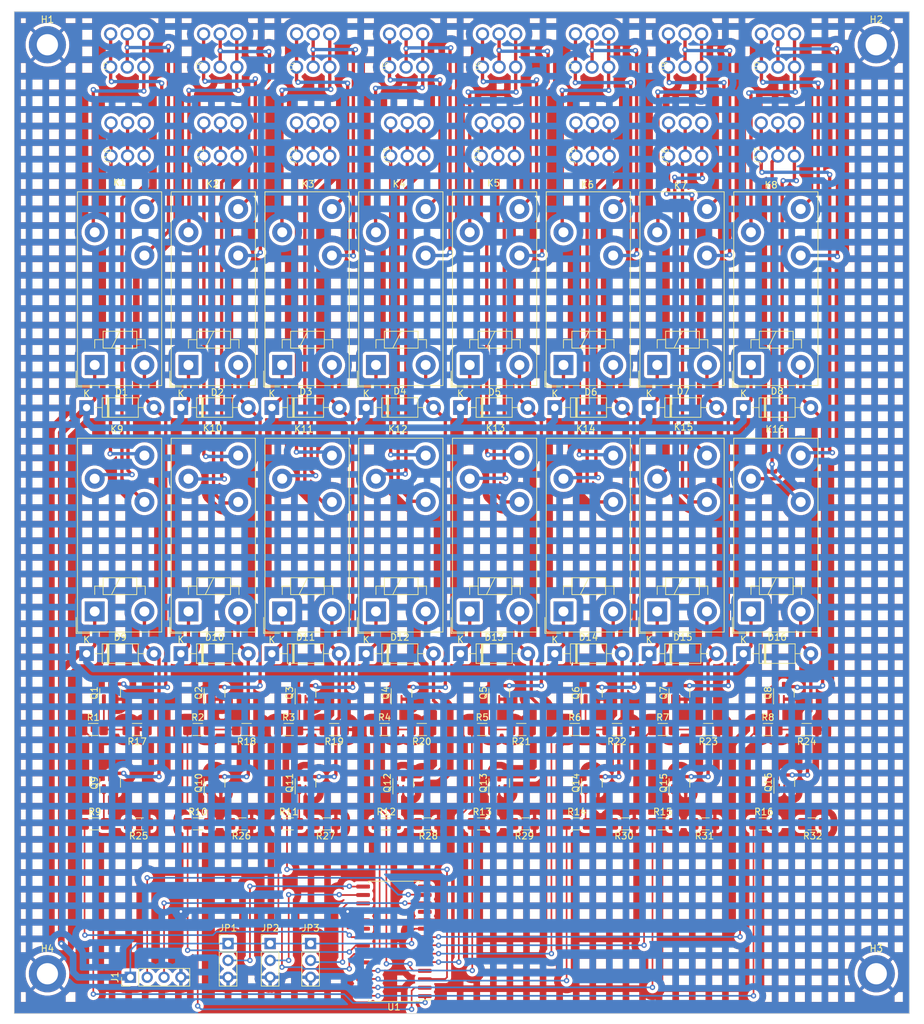
<source format=kicad_pcb>
(kicad_pcb (version 20221018) (generator pcbnew)
  (layers (0 "F.Cu" signal) (31 "B.Cu" signal) (34 "B.Paste" user) (35 "F.Paste" user) (36 "B.SilkS" user "B.Silkscreen") (37 "F.SilkS" user "F.Silkscreen") (38 "B.Mask" user) (39 "F.Mask" user) (44 "Edge.Cuts" user))
  (net 0 "")
  (net 1 "VCC")
  (net 2 "Net-(D1-A)")
  (net 3 "Net-(D2-A)")
  (net 4 "Net-(D3-A)")
  (net 5 "Net-(D4-A)")
  (net 6 "Net-(D5-A)")
  (net 7 "Net-(D6-A)")
  (net 8 "Net-(D7-A)")
  (net 9 "Net-(D8-A)")
  (net 10 "Net-(D9-A)")
  (net 11 "Net-(D10-A)")
  (net 12 "Net-(D11-A)")
  (net 13 "Net-(D12-A)")
  (net 14 "Net-(D13-A)")
  (net 15 "Net-(D14-A)")
  (net 16 "Net-(D15-A)")
  (net 17 "Net-(D16-A)")
  (net 18 "Net-(J1-Pin_2)")
  (net 19 "Net-(J1-Pin_3)")
  (net 20 "GND")
  (net 21 "Net-(J2-Pad1)")
  (net 22 "Net-(J3-Pad1)")
  (net 23 "Net-(J4-Pad1)")
  (net 24 "Net-(J5-Pad1)")
  (net 25 "Net-(J6-Pad1)")
  (net 26 "Net-(J7-Pad1)")
  (net 27 "Net-(J8-Pad1)")
  (net 28 "Net-(J9-Pad1)")
  (net 29 "Net-(J10-Pad1)")
  (net 30 "Net-(J11-Pad1)")
  (net 31 "Net-(J12-Pad1)")
  (net 32 "Net-(J13-Pad1)")
  (net 33 "Net-(J14-Pad1)")
  (net 34 "Net-(J15-Pad1)")
  (net 35 "Net-(J16-Pad1)")
  (net 36 "Net-(J17-Pad1)")
  (net 37 "/AD0")
  (net 38 "/AD1")
  (net 39 "/AD2")
  (net 40 "Net-(J2-Pad3)")
  (net 41 "Net-(J2-Pad2)")
  (net 42 "Net-(J3-Pad3)")
  (net 43 "Net-(J3-Pad2)")
  (net 44 "Net-(J4-Pad3)")
  (net 45 "Net-(J4-Pad2)")
  (net 46 "Net-(J5-Pad3)")
  (net 47 "Net-(J5-Pad2)")
  (net 48 "Net-(J6-Pad3)")
  (net 49 "Net-(J6-Pad2)")
  (net 50 "Net-(J7-Pad3)")
  (net 51 "Net-(J7-Pad2)")
  (net 52 "Net-(J8-Pad3)")
  (net 53 "Net-(J8-Pad2)")
  (net 54 "Net-(J9-Pad3)")
  (net 55 "Net-(J9-Pad2)")
  (net 56 "Net-(J10-Pad3)")
  (net 57 "Net-(J10-Pad2)")
  (net 58 "Net-(J11-Pad3)")
  (net 59 "Net-(J11-Pad2)")
  (net 60 "Net-(J12-Pad3)")
  (net 61 "Net-(J12-Pad2)")
  (net 62 "Net-(J13-Pad3)")
  (net 63 "Net-(J13-Pad2)")
  (net 64 "Net-(J14-Pad3)")
  (net 65 "Net-(J14-Pad2)")
  (net 66 "Net-(J15-Pad3)")
  (net 67 "Net-(J15-Pad2)")
  (net 68 "Net-(J16-Pad3)")
  (net 69 "Net-(J16-Pad2)")
  (net 70 "Net-(J17-Pad3)")
  (net 71 "Net-(J17-Pad2)")
  (net 72 "/b0")
  (net 73 "/b1")
  (net 74 "/b2")
  (net 75 "/b3")
  (net 76 "/b4")
  (net 77 "/b5")
  (net 78 "/b6")
  (net 79 "/b7")
  (net 80 "/a0")
  (net 81 "/a1")
  (net 82 "/a2")
  (net 83 "/a3")
  (net 84 "/a4")
  (net 85 "/a5")
  (net 86 "/a6")
  (net 87 "/a7")
  (net 88 "Net-(U1-GPB0)")
  (net 89 "Net-(U1-GPB1)")
  (net 90 "Net-(U1-GPB2)")
  (net 91 "Net-(U1-GPB3)")
  (net 92 "Net-(U1-GPB4)")
  (net 93 "Net-(U1-GPB5)")
  (net 94 "Net-(U1-GPB6)")
  (net 95 "Net-(U1-GPB7)")
  (net 96 "Net-(U1-GPA0)")
  (net 97 "Net-(U1-GPA1)")
  (net 98 "Net-(U1-GPA2)")
  (net 99 "Net-(U1-GPA3)")
  (net 100 "Net-(U1-GPA4)")
  (net 101 "Net-(U1-GPA5)")
  (net 102 "Net-(U1-GPA6)")
  (net 103 "Net-(U1-GPA7)")
  (footprint "Resistor_SMD:R_1206_3216Metric_Pad1.30x1.75mm_HandSolder" (layer "F.Cu") (at 128.042 137.414)
    (fp_text reference "R16")
    (fp_text value "100R")
  )
  (footprint "Resistor_SMD:R_1206_3216Metric_Pad1.30x1.75mm_HandSolder" (layer "F.Cu") (at 33.756 137.414 180)
    (fp_text reference "R25")
    (fp_text value "100kR")
  )
  (footprint "Resistor_SMD:R_1206_3216Metric_Pad1.30x1.75mm_HandSolder" (layer "F.Cu") (at 42.698 137.414)
    (fp_text reference "R10")
    (fp_text value "100R")
  )
  (footprint "Diode_THT:D_DO-41_SOD81_P10.16mm_Horizontal" (layer "F.Cu") (at 25.908 74.676)
    (fp_text reference "D1")
    (fp_text value "1N4001")
  )
  (footprint "Relay_THT:Relay_SPDT_Finder_40.31" (layer "F.Cu") (at 69.549142 105.4 90)
    (fp_text reference "K12")
    (fp_text value "FINDER-40.31")
  )
  (footprint "Diode_THT:D_DO-41_SOD81_P10.16mm_Horizontal" (layer "F.Cu") (at 96.52 111.76)
    (fp_text reference "D14")
    (fp_text value "1N4001")
  )
  (footprint "Resistor_SMD:R_1206_3216Metric_Pad1.30x1.75mm_HandSolder" (layer "F.Cu") (at 135.408 137.414 180)
    (fp_text reference "R32")
    (fp_text value "100kR")
  )
  (footprint "Package_TO_SOT_SMD:SOT-23" (layer "F.Cu") (at 115.316 131.2395 90)
    (fp_text reference "Q15")
    (fp_text value "IRLML0030")
  )
  (footprint "parts_tma_1:AST_041-3" (layer "F.Cu") (at 99.7096 36.7792 90)
    (fp_text reference "J15")
    (fp_text value "~")
  )
  (footprint "Package_TO_SOT_SMD:SOT-23" (layer "F.Cu") (at 45.212 131.2395 90)
    (fp_text reference "Q10")
    (fp_text value "IRLML0030")
  )
  (footprint "Relay_THT:Relay_SPDT_Finder_40.31" (layer "F.Cu") (at 69.549142 68.26 90)
    (fp_text reference "K4")
    (fp_text value "FINDER-40.31")
  )
  (footprint "Package_TO_SOT_SMD:SOT-23" (layer "F.Cu") (at 73.406 117.6805 90)
    (fp_text reference "Q4")
    (fp_text value "IRLML0030")
  )
  (footprint "Relay_THT:Relay_SPDT_Finder_40.31" (layer "F.Cu") (at 126.104 68.26 90)
    (fp_text reference "K8")
    (fp_text value "FINDER-40.31")
  )
  (footprint "Resistor_SMD:R_1206_3216Metric_Pad1.30x1.75mm_HandSolder" (layer "F.Cu") (at 61.95 137.414 180)
    (fp_text reference "R27")
    (fp_text value "100kR")
  )
  (footprint "Connector_PinHeader_2.54mm:PinHeader_1x04_P2.54mm_Vertical" (layer "F.Cu") (at 32.512 160.528 90)
    (fp_text reference "J1")
    (fp_text value "Conn_01x04_Pin")
  )
  (footprint "Diode_THT:D_DO-41_SOD81_P10.16mm_Horizontal" (layer "F.Cu") (at 82.296 111.76)
    (fp_text reference "D13")
    (fp_text value "1N4001")
  )
  (footprint "Resistor_SMD:R_1206_3216Metric_Pad1.30x1.75mm_HandSolder" (layer "F.Cu") (at 33.528 123.19 180)
    (fp_text reference "R17")
    (fp_text value "100kR")
  )
  (footprint "Resistor_SMD:R_1206_3216Metric_Pad1.30x1.75mm_HandSolder" (layer "F.Cu") (at 56.388 123.19)
    (fp_text reference "R3")
    (fp_text value "100R")
  )
  (footprint "Resistor_SMD:R_1206_3216Metric_Pad1.30x1.75mm_HandSolder" (layer "F.Cu") (at 50.038 123.19 180)
    (fp_text reference "R18")
    (fp_text value "100kR")
  )
  (footprint "Package_TO_SOT_SMD:SOT-23" (layer "F.Cu") (at 73.66 131.2395 90)
    (fp_text reference "Q12")
    (fp_text value "IRLML0030")
  )
  (footprint "MountingHole:MountingHole_3.2mm_M3_DIN965_Pad_TopBottom" (layer "F.Cu") (at 145 20)
    (fp_text reference "H2")
    (fp_text value "MountingHole_Pad")
  )
  (footprint "Resistor_SMD:R_1206_3216Metric_Pad1.30x1.75mm_HandSolder" (layer "F.Cu") (at 134.503872 123.19 180)
    (fp_text reference "R24")
    (fp_text value "100kR")
  )
  (footprint "Relay_THT:Relay_SPDT_Finder_40.31" (layer "F.Cu") (at 111.965284 105.4 90)
    (fp_text reference "K15")
    (fp_text value "FINDER-40.31")
  )
  (footprint "parts_tma_1:AST_041-3" (layer "F.Cu") (at 85.4348 36.7792 90)
    (fp_text reference "J14")
    (fp_text value "~")
  )
  (footprint "Resistor_SMD:R_1206_3216Metric_Pad1.30x1.75mm_HandSolder" (layer "F.Cu") (at 85.572 123.19)
    (fp_text reference "R5")
    (fp_text value "100R")
  )
  (footprint "Relay_THT:Relay_SPDT_Finder_40.31" (layer "F.Cu") (at 83.687856 105.4 90)
    (fp_text reference "K13")
    (fp_text value "FINDER-40.31")
  )
  (footprint "Resistor_SMD:R_1206_3216Metric_Pad1.30x1.75mm_HandSolder" (layer "F.Cu") (at 76.454 123.19 180)
    (fp_text reference "R20")
    (fp_text value "100kR")
  )
  (footprint "Resistor_SMD:R_1206_3216Metric_Pad1.30x1.75mm_HandSolder" (layer "F.Cu") (at 85.572 137.414)
    (fp_text reference "R13")
    (fp_text value "100R")
  )
  (footprint "MountingHole:MountingHole_3.2mm_M3_DIN965_Pad_TopBottom" (layer "F.Cu") (at 145 160)
    (fp_text reference "H3")
    (fp_text value "MountingHole_Pad")
  )
  (footprint "Package_TO_SOT_SMD:SOT-23" (layer "F.Cu") (at 115.316 117.6805 90)
    (fp_text reference "Q7")
    (fp_text value "IRLML0030")
  )
  (footprint "Relay_THT:Relay_SPDT_Finder_40.31" (layer "F.Cu") (at 83.687856 68.26 90)
    (fp_text reference "K5")
    (fp_text value "FINDER-40.31")
  )
  (footprint "Resistor_SMD:R_1206_3216Metric_Pad1.30x1.75mm_HandSolder" (layer "F.Cu") (at 105.892 123.19 180)
    (fp_text reference "R22")
    (fp_text value "100kR")
  )
  (footprint "parts_tma_1:AST_041-3" (layer "F.Cu") (at 29.591 36.7792 90)
    (fp_text reference "J10")
    (fp_text value "~")
  )
  (footprint "Resistor_SMD:R_1206_3216Metric_Pad1.30x1.75mm_HandSolder" (layer "F.Cu") (at 99.542 123.19)
    (fp_text reference "R6")
    (fp_text value "100R")
  )
  (footprint "Resistor_SMD:R_1206_3216Metric_Pad1.30x1.75mm_HandSolder" (layer "F.Cu") (at 106.96 137.414 180)
    (fp_text reference "R30")
    (fp_text value "100kR")
  )
  (footprint "Resistor_SMD:R_1206_3216Metric_Pad1.30x1.75mm_HandSolder" (layer "F.Cu") (at 91.922 137.414 180)
    (fp_text reference "R29")
    (fp_text value "100kR")
  )
  (footprint "Connector_PinHeader_2.54mm:PinHeader_1x03_P2.54mm_Vertical" (layer "F.Cu") (at 53.594 155.448)
    (fp_text reference "JP2")
    (fp_text value "Jumper_3_Open")
  )
  (footprint "Relay_THT:Relay_SPDT_Finder_40.31" (layer "F.Cu") (at 27.133 68.26 90)
    (fp_text reference "K1")
    (fp_text value "FINDER-40.31")
  )
  (footprint "Connector_PinHeader_2.54mm:PinHeader_1x03_P2.54mm_Vertical" (layer "F.Cu") (at 59.69 155.448)
    (fp_text reference "JP3")
    (fp_text value "Jumper_3_Open")
  )
  (footprint "Relay_THT:Relay_SPDT_Finder_40.31" (layer "F.Cu") (at 41.271714 68.26 90)
    (fp_text reference "K2")
    (fp_text value "FINDER-40.31")
  )
  (footprint "Resistor_SMD:R_1206_3216Metric_Pad1.30x1.75mm_HandSolder" (layer "F.Cu") (at 49.25 137.414 180)
    (fp_text reference "R26")
    (fp_text value "100kR")
  )
  (footprint "Diode_THT:D_DO-41_SOD81_P10.16mm_Horizontal" (layer "F.Cu") (at 82.296 74.676)
    (fp_text reference "D5")
    (fp_text value "1N4001")
  )
  (footprint "parts_tma_1:AST_041-3" (layer "F.Cu") (at 71.7696 36.7792 90)
    (fp_text reference "J13")
    (fp_text value "~")
  )
  (footprint "parts_tma_1:AST_041-3" (layer "F.Cu") (at 43.601 36.7792 90)
    (fp_text reference "J11")
    (fp_text value "~")
  )
  (footprint "Package_TO_SOT_SMD:SOT-23" (layer "F.Cu") (at 45.212 117.6805 90)
    (fp_text reference "Q2")
    (fp_text value "IRLML0030")
  )
  (footprint "Package_TO_SOT_SMD:SOT-23" (layer "F.Cu") (at 102.108 131.2395 90)
    (fp_text reference "Q14")
    (fp_text value "IRLML0030")
  )
  (footprint "Package_TO_SOT_SMD:SOT-23" (layer "F.Cu") (at 88.138 117.6805 90)
    (fp_text reference "Q5")
    (fp_text value "IRLML0030")
  )
  (footprint "Diode_THT:D_DO-41_SOD81_P10.16mm_Horizontal" (layer "F.Cu") (at 68.072 111.76)
    (fp_text reference "D12")
    (fp_text value "1N4001")
  )
  (footprint "Relay_THT:Relay_SPDT_Finder_40.31" (layer "F.Cu") (at 55.410428 105.4 90)
    (fp_text reference "K11")
    (fp_text value "FINDER-40.31")
  )
  (footprint "parts_tma_1:AST_041-3" (layer "F.Cu") (at 113.656284 23.368 90)
    (fp_text reference "J8")
    (fp_text value "~")
  )
  (footprint "parts_tma_1:AST_041-3" (layer "F.Cu") (at 43.562714 23.368 90)
    (fp_text reference "J3")
    (fp_text value "~")
  )
  (footprint "parts_tma_1:AST_041-3" (layer "F.Cu") (at 57.571 36.7792 90)
    (fp_text reference "J12")
    (fp_text value "~")
  )
  (footprint "Diode_THT:D_DO-41_SOD81_P10.16mm_Horizontal" (layer "F.Cu") (at 40.132 111.76)
    (fp_text reference "D10")
    (fp_text value "1N4001")
  )
  (footprint "Diode_THT:D_DO-41_SOD81_P10.16mm_Horizontal" (layer "F.Cu") (at 40.132 74.676)
    (fp_text reference "D2")
    (fp_text value "1N4001")
  )
  (footprint "Resistor_SMD:R_1206_3216Metric_Pad1.30x1.75mm_HandSolder" (layer "F.Cu") (at 112.802 123.19)
    (fp_text reference "R7")
    (fp_text value "100R")
  )
  (footprint "Diode_THT:D_DO-41_SOD81_P10.16mm_Horizontal" (layer "F.Cu") (at 53.848 111.76)
    (fp_text reference "D11")
    (fp_text value "1N4001")
  )
  (footprint "Relay_THT:Relay_SPDT_Finder_40.31" (layer "F.Cu") (at 126.104 105.4 90)
    (fp_text reference "K16")
    (fp_text value "FINDER-40.31")
  )
  (footprint "Resistor_SMD:R_1206_3216Metric_Pad1.30x1.75mm_HandSolder" (layer "F.Cu") (at 70.84 123.19)
    (fp_text reference "R4")
    (fp_text value "100R")
  )
  (footprint "Resistor_SMD:R_1206_3216Metric_Pad1.30x1.75mm_HandSolder" (layer "F.Cu") (at 128.661872 123.19)
    (fp_text reference "R8")
    (fp_text value "100R")
  )
  (footprint "Resistor_SMD:R_1206_3216Metric_Pad1.30x1.75mm_HandSolder" (layer "F.Cu") (at 63.246 123.19 180)
    (fp_text reference "R19")
    (fp_text value "100kR")
  )
  (footprint "Diode_THT:D_DO-41_SOD81_P10.16mm_Horizontal" (layer "F.Cu") (at 53.848 74.676)
    (fp_text reference "D3")
    (fp_text value "1N4001")
  )
  (footprint "Resistor_SMD:R_1206_3216Metric_Pad1.30x1.75mm_HandSolder" (layer "F.Cu") (at 119.1 137.414 180)
    (fp_text reference "R31")
    (fp_text value "100kR")
  )
  (footprint "parts_tma_1:AST_041-3" (layer "F.Cu") (at 99.63757 23.368 90)
    (fp_text reference "J7")
    (fp_text value "~")
  )
  (footprint "parts_tma_1:AST_041-3" (layer "F.Cu") (at 127.6496 36.7792 90)
    (fp_text reference "J17")
    (fp_text value "~")
  )
  (footprint "Resistor_SMD:R_1206_3216Metric_Pad1.30x1.75mm_HandSolder" (layer "F.Cu") (at 26.924 123.19)
    (fp_text reference "R1")
    (fp_text value "100R")
  )
  (footprint "Diode_THT:D_DO-41_SOD81_P10.16mm_Horizontal" (layer "F.Cu") (at 110.744 111.76)
    (fp_text reference "D15")
    (fp_text value "1N4001")
  )
  (footprint "Package_TO_SOT_SMD:SOT-23" (layer "F.Cu") (at 58.928 131.2395 90)
    (fp_text reference "Q11")
    (fp_text value "IRLML0030")
  )
  (footprint "Relay_THT:Relay_SPDT_Finder_40.31" (layer "F.Cu") (at 27.133 105.4 90)
    (fp_text reference "K9")
    (fp_text value "FINDER-40.31")
  )
  (footprint "parts_tma_1:AST_041-3" (layer "F.Cu") (at 127.675 23.368 90)
    (fp_text reference "J9")
    (fp_text value "~")
  )
  (footprint "Resistor_SMD:R_1206_3216Metric_Pad1.30x1.75mm_HandSolder" (layer "F.Cu") (at 77.444 137.414 180)
    (fp_text reference "R28")
    (fp_text value "100kR")
  )
  (footprint "Diode_THT:D_DO-41_SOD81_P10.16mm_Horizontal" (layer "F.Cu") (at 110.744 74.676)
    (fp_text reference "D7")
    (fp_text value "1N4001")
  )
  (footprint "Package_SO:SOIC-28W_7.5x17.9mm_P1.27mm" (layer "F.Cu") (at 72.263 155.116 180)
    (fp_text reference "U1")
    (fp_text value "MCP23017_SO")
  )
  (footprint "parts_tma_1:AST_041-3" (layer "F.Cu") (at 29.544 23.368 90)
    (fp_text reference "J2")
    (fp_text value "~")
  )
  (footprint "Package_TO_SOT_SMD:SOT-23" (layer "F.Cu") (at 58.928 117.6805 90)
    (fp_text reference "Q3")
    (fp_text value "IRLML0030")
  )
  (footprint "Resistor_SMD:R_1206_3216Metric_Pad1.30x1.75mm_HandSolder" (layer "F.Cu") (at 119.66 123.19 180)
    (fp_text reference "R23")
    (fp_text value "100kR")
  )
  (footprint "Package_TO_SOT_SMD:SOT-23" (layer "F.Cu") (at 29.464 117.6805 90)
    (fp_text reference "Q1")
    (fp_text value "IRLML0030")
  )
  (footprint "Diode_THT:D_DO-41_SOD81_P10.16mm_Horizontal" (layer "F.Cu") (at 124.968 74.676)
    (fp_text reference "D8")
    (fp_text value "1N4001")
  )
  (footprint "MountingHole:MountingHole_3.2mm_M3_DIN965_Pad_TopBottom" (layer "F.Cu") (at 20 20)
    (fp_text reference "H1")
    (fp_text value "MountingHole_Pad")
  )
  (footprint "Resistor_SMD:R_1206_3216Metric_Pad1.30x1.75mm_HandSolder" (layer "F.Cu") (at 42.672 123.19)
    (fp_text reference "R2")
    (fp_text value "100R")
  )
  (footprint "Package_TO_SOT_SMD:SOT-23" (layer "F.Cu") (at 88.138 131.2395 90)
    (fp_text reference "Q13")
    (fp_text value "IRLML0030")
  )
  (footprint "Resistor_SMD:R_1206_3216Metric_Pad1.30x1.75mm_HandSolder" (layer "F.Cu") (at 112.802 137.414)
    (fp_text reference "R15")
    (fp_text value "100R")
  )
  (footprint "Package_TO_SOT_SMD:SOT-23" (layer "F.Cu") (at 29.464 131.2395 90)
    (fp_text reference "Q9")
    (fp_text value "IRLML0030")
  )
  (footprint "parts_tma_1:AST_041-3" (layer "F.Cu") (at 57.581428 23.368 90)
    (fp_text reference "J4")
    (fp_text value "~")
  )
  (footprint "Resistor_SMD:R_1206_3216Metric_Pad1.30x1.75mm_HandSolder" (layer "F.Cu") (at 71.094 137.414)
    (fp_text reference "R12")
    (fp_text value "100R")
  )
  (footprint "parts_tma_1:AST_041-3" (layer "F.Cu") (at 85.618856 23.368 90)
    (fp_text reference "J6")
    (fp_text value "~")
  )
  (footprint "parts_tma_1:AST_041-3" (layer "F.Cu") (at 113.6796 36.7792 90)
    (fp_text reference "J16")
    (fp_text value "~")
  )
  (footprint "Relay_THT:Relay_SPDT_Finder_40.31" (layer "F.Cu") (at 55.410428 68.26 90)
    (fp_text reference "K3")
    (fp_text value "FINDER-40.31")
  )
  (footprint "Resistor_SMD:R_1206_3216Metric_Pad1.30x1.75mm_HandSolder" (layer "F.Cu") (at 91.466 123.19 180)
    (fp_text reference "R21")
    (fp_text value "100kR")
  )
  (footprint "parts_tma_1:AST_041-3" (layer "F.Cu") (at 71.600142 23.368 90)
    (fp_text reference "J5")
    (fp_text value "~")
  )
  (footprint "Relay_THT:Relay_SPDT_Finder_40.31" (layer "F.Cu") (at 97.82657 105.4 90)
    (fp_text reference "K14")
    (fp_text value "FINDER-40.31")
  )
  (footprint "Resistor_SMD:R_1206_3216Metric_Pad1.30x1.75mm_HandSolder" (layer "F.Cu") (at 27.152 137.414)
    (fp_text reference "R9")
    (fp_text value "100R")
  )
  (footprint "Diode_THT:D_DO-41_SOD81_P10.16mm_Horizontal" (layer "F.Cu") (at 25.908 111.76)
    (fp_text reference "D9")
    (fp_text value "1N4001")
  )
  (footprint "Resistor_SMD:R_1206_3216Metric_Pad1.30x1.75mm_HandSolder" (layer "F.Cu") (at 99.848 137.414)
    (fp_text reference "R14")
    (fp_text value "100R")
  )
  (footprint "Diode_THT:D_DO-41_SOD81_P10.16mm_Horizontal" (layer "F.Cu") (at 124.968 111.76)
    (fp_text reference "D16")
    (fp_text value "1N4001")
  )
  (footprint "Connector_PinHeader_2.54mm:PinHeader_1x03_P2.54mm_Vertical" (layer "F.Cu") (at 47.244 155.448)
    (fp_text reference "JP1")
    (fp_text value "Jumper_3_Open")
  )
  (footprint "Diode_THT:D_DO-41_SOD81_P10.16mm_Horizontal" (layer "F.Cu") (at 96.52 74.676)
    (fp_text reference "D6")
    (fp_text value "1N4001")
  )
  (footprint "Relay_THT:Relay_SPDT_Finder_40.31" (layer "F.Cu") (at 97.82657 68.26 90)
    (fp_text reference "K6")
    (fp_text value "FINDER-40.31")
  )
  (footprint "MountingHole:MountingHole_3.2mm_M3_DIN965_Pad_TopBottom" (layer "F.Cu") (at 20 160)
    (fp_text reference "H4")
    (fp_text value "MountingHole_Pad")
  )
  (footprint "Package_TO_SOT_SMD:SOT-23" (layer "F.Cu") (at 102.108 117.6805 90)
    (fp_text reference "Q6")
    (fp_text value "IRLML0030")
  )
  (footprint "Package_TO_SOT_SMD:SOT-23" (layer "F.Cu") (at 131.064 117.6805 90)
    (fp_text reference "Q8")
    (fp_text value "IRLML0030")
  )
  (footprint "Diode_THT:D_DO-41_SOD81_P10.16mm_Horizontal" (layer "F.Cu") (at 68.072 74.676)
    (fp_text reference "D4")
    (fp_text value "1N4001")
  )
  (footprint "Relay_THT:Relay_SPDT_Finder_40.31" (layer "F.Cu") (at 111.965284 68.26 90)
    (fp_text reference "K7")
    (fp_text value "FINDER-40.31")
  )
  (footprint "Resistor_SMD:R_1206_3216Metric_Pad1.30x1.75mm_HandSolder" (layer "F.Cu") (at 56.388 137.414)
    (fp_text reference "R11")
    (fp_text value "100R")
  )
  (footprint "Relay_THT:Relay_SPDT_Finder_40.31" (layer "F.Cu") (at 41.271714 105.4 90)
    (fp_text reference "K10")
    (fp_text value "FINDER-40.31")
  )
  (footprint "Package_TO_SOT_SMD:SOT-23" (layer "F.Cu") (at 131.13 131.1425 90)
    (fp_text reference "Q16")
    (fp_text value "IRLML0030")
  )
  (gr_line (start 150 15) (end 150 166) (stroke (width 0.1)) (layer "Edge.Cuts"))
  (gr_line (start 15 166) (end 15 15) (stroke (width 0.1)) (layer "Edge.Cuts"))
  (gr_line (start 15 15) (end 150 15) (stroke (width 0.1)) (layer "Edge.Cuts"))
  (gr_line (start 150 166) (end 15 166) (stroke (width 0.1)) (layer "Edge.Cuts"))
  (segment (start 74.93 153.67) (end 74.93 155.448) (width 0.25) (layer "F.Cu") (net 1))
  (segment (start 69.549142 73.198858) (end 68.072 74.676) (width 0.5) (layer "F.Cu") (net 1))
  (segment (start 24.638 111.76) (end 25.908 111.76) (width 1) (layer "F.Cu") (net 1))
  (segment (start 83.687856 73.284144) (end 82.296 74.676) (width 0.5) (layer "F.Cu") (net 1))
  (segment (start 55.410428 105.4) (end 55.410428 110.197572) (width 0.5) (layer "F.Cu") (net 1))
  (segment (start 69.549142 68.26) (end 69.549142 73.198858) (width 0.5) (layer "F.Cu") (net 1))
  (segment (start 97.82657 105.4) (end 97.82657 110.45343) (width 0.5) (layer "F.Cu") (net 1))
  (segment (start 27.133 105.4) (end 27.133 110.535) (width 0.5) (layer "F.Cu") (net 1))
  (segment (start 27.133 68.26) (end 27.133 73.451) (width 0.5) (layer "F.Cu") (net 1))
  (segment (start 75.389 153.211) (end 74.93 153.67) (width 0.25) (layer "F.Cu") (net 1))
  (segment (start 22.098 155.448) (end 22.098 114.3) (width 1) (layer "F.Cu") (net 1))
  (segment (start 41.271714 68.26) (end 41.271714 73.536286) (width 0.5) (layer "F.Cu") (net 1))
  (segment (start 27.133 73.451) (end 25.908 74.676) (width 0.5) (layer "F.Cu") (net 1))
  (segment (start 126.104 105.4) (end 126.104 110.624) (width 0.5) (layer "F.Cu") (net 1))
  (segment (start 22.098 114.3) (end 24.638 111.76) (width 1) (layer "F.Cu") (net 1))
  (segment (start 41.271714 105.4) (end 41.271714 110.620286) (width 0.5) (layer "F.Cu") (net 1))
  (segment (start 83.687856 110.368144) (end 82.296 111.76) (width 0.5) (layer "F.Cu") (net 1))
  (segment (start 55.410428 73.113572) (end 53.848 74.676) (width 0.5) (layer "F.Cu") (net 1))
  (segment (start 69.549142 110.282858) (end 68.072 111.76) (width 0.5) (layer "F.Cu") (net 1))
  (segment (start 41.271714 73.536286) (end 40.132 74.676) (width 0.5) (layer "F.Cu") (net 1))
  (segment (start 126.104 110.624) (end 124.968 111.76) (width 0.5) (layer "F.Cu") (net 1))
  (segment (start 111.965284 73.454716) (end 110.744 74.676) (width 0.5) (layer "F.Cu") (net 1))
  (segment (start 111.965284 110.538716) (end 110.744 111.76) (width 0.5) (layer "F.Cu") (net 1))
  (segment (start 55.410428 110.197572) (end 53.848 111.76) (width 0.5) (layer "F.Cu") (net 1))
  (segment (start 126.104 73.54) (end 124.968 74.676) (width 0.5) (layer "F.Cu") (net 1))
  (segment (start 55.410428 68.26) (end 55.410428 73.113572) (width 0.5) (layer "F.Cu") (net 1))
  (segment (start 97.82657 110.45343) (end 96.52 111.76) (width 0.5) (layer "F.Cu") (net 1))
  (segment (start 83.687856 105.4) (end 83.687856 110.368144) (width 0.5) (layer "F.Cu") (net 1))
  (segment (start 41.271714 110.620286) (end 40.132 111.76) (width 0.5) (layer "F.Cu") (net 1))
  (segment (start 76.913 153.211) (end 75.389 153.211) (width 0.25) (layer "F.Cu") (net 1))
  (segment (start 126.104 68.26) (end 126.104 73.54) (width 0.5) (layer "F.Cu") (net 1))
  (segment (start 111.965284 105.4) (end 111.965284 110.538716) (width 0.5) (layer "F.Cu") (net 1))
  (segment (start 97.82657 68.26) (end 97.82657 73.36943) (width 0.5) (layer "F.Cu") (net 1))
  (segment (start 22.098 78.486) (end 22.098 114.3) (width 1) (layer "F.Cu") (net 1))
  (segment (start 27.133 110.535) (end 25.908 111.76) (width 0.5) (layer "F.Cu") (net 1))
  (segment (start 69.549142 105.4) (end 69.549142 110.282858) (width 0.5) (layer "F.Cu") (net 1))
  (segment (start 83.687856 68.26) (end 83.687856 73.284144) (width 0.5) (layer "F.Cu") (net 1))
  (segment (start 97.82657 73.36943) (end 96.52 74.676) (width 0.5) (layer "F.Cu") (net 1))
  (segment (start 25.908 74.676) (end 22.098 78.486) (width 1) (layer "F.Cu") (net 1))
  (segment (start 111.965284 68.26) (end 111.965284 73.454716) (width 0.5) (layer "F.Cu") (net 1))
  (via (at 22.098 155.448) (size 0.8) (drill 0.4) (layers "F.Cu" "B.Cu") (net 1))
  (via (at 74.93 155.448) (size 0.8) (drill 0.4) (layers "F.Cu" "B.Cu") (net 1))
  (segment (start 52.832 114.046) (end 67.31 114.046) (width 1) (layer "B.Cu") (net 1))
  (segment (start 53.594 155.448) (end 59.69 155.448) (width 0.25) (layer "B.Cu") (net 1))
  (segment (start 81.28 114.046) (end 67.31 114.046) (width 1) (layer "B.Cu") (net 1))
  (segment (start 68.072 113.284) (end 67.31 114.046) (width 1) (layer "B.Cu") (net 1))
  (segment (start 82.296 111.76) (end 82.296 113.03) (width 1) (layer "B.Cu") (net 1))
  (segment (start 66.6496 77.724) (end 52.578 77.724) (width 1) (layer "B.Cu") (net 1))
  (segment (start 52.578 77.724) (end 38.862 77.724) (width 1) (layer "B.Cu") (net 1))
  (segment (start 68.072 111.76) (end 68.072 113.284) (width 1) (layer "B.Cu") (net 1))
  (segment (start 25.908 76.815234) (end 25.908 74.676) (width 1) (layer "B.Cu") (net 1))
  (segment (start 25.908 113.03) (end 26.924 114.046) (width 1) (layer "B.Cu") (net 1))
  (segment (start 124.968 111.76) (end 124.968 113.03) (width 1) (layer "B.Cu") (net 1))
  (segment (start 40.132 74.676) (end 40.132 76.454) (width 1) (layer "B.Cu") (net 1))
  (segment (start 24.638 160.528) (end 23.876 159.766) (width 1) (layer "B.Cu") (net 1))
  (segment (start 26.816766 77.724) (end 25.908 76.815234) (width 1) (layer "B.Cu") (net 1))
  (segment (start 38.862 77.724) (end 26.816766 77.724) (width 1) (layer "B.Cu") (net 1))
  (segment (start 95.4024 77.724) (end 81.1276 77.724) (width 1) (layer "B.Cu") (net 1))
  (segment (start 110.744 111.76) (end 110.744 113.284) (width 1) (layer "B.Cu") (net 1))
  (segment (start 109.8296 77.724) (end 95.4024 77.724) (width 1) (layer "B.Cu") (net 1))
  (segment (start 124.968 74.676) (end 124.968 76.708) (width 1) (layer "B.Cu") (net 1))
  (segment (start 96.52 113.284) (end 95.758 114.046) (width 1) (layer "B.Cu") (net 1))
  (segment (start 53.848 74.676) (end 53.848 76.454) (width 1) (layer "B.Cu") (net 1))
  (segment (start 40.132 76.454) (end 38.862 77.724) (width 1) (layer "B.Cu") (net 1))
  (segment (start 123.952 114.046) (end 109.982 114.046) (width 1) (layer "B.Cu") (net 1))
  (segment (start 124.968 113.03) (end 123.952 114.046) (width 1) (layer "B.Cu") (net 1))
  (segment (start 25.908 111.76) (end 25.908 113.03) (width 1) (layer "B.Cu") (net 1))
  (segment (start 53.848 113.03) (end 52.832 114.046) (width 1) (layer "B.Cu") (net 1))
  (segment (start 95.758 114.046) (end 81.28 114.046) (width 1) (layer "B.Cu") (net 1))
  (segment (start 110.744 113.284) (end 109.982 114.046) (width 1) (layer "B.Cu") (net 1))
  (segment (start 23.876 159.766) (end 23.876 157.226) (width 1) (layer "B.Cu") (net 1))
  (segment (start 40.132 113.284) (end 39.37 114.046) (width 1) (layer "B.Cu") (net 1))
  (segment (start 123.952 77.724) (end 109.8296 77.724) (width 1) (layer "B.Cu") (net 1))
  (segment (start 40.132 111.76) (end 40.132 113.284) (width 1) (layer "B.Cu") (net 1))
  (segment (start 82.296 113.03) (end 81.28 114.046) (width 1) (layer "B.Cu") (net 1))
  (segment (start 53.848 76.454) (end 52.578 77.724) (width 1) (layer "B.Cu") (net 1))
  (segment (start 26.924 114.046) (end 39.37 114.046) (width 1) (layer "B.Cu") (net 1))
  (segment (start 81.1276 77.724) (end 66.6496 77.724) (width 1) (layer "B.Cu") (net 1))
  (segment (start 39.37 114.046) (end 52.832 114.046) (width 1) (layer "B.Cu") (net 1))
  (segment (start 96.52 74.676) (end 96.52 76.6064) (width 1) (layer "B.Cu") (net 1))
  (segment (start 68.072 74.676) (end 68.072 76.3016) (width 1) (layer "B.Cu") (net 1))
  (segment (start 59.69 155.448) (end 74.93 155.448) (width 0.25) (layer "B.Cu") (net 1))
  (segment (start 96.52 76.6064) (end 95.4024 77.724) (width 1) (layer "B.Cu") (net 1))
  (segment (start 110.744 76.8096) (end 109.8296 77.724) (width 1) (layer "B.Cu") (net 1))
  (segment (start 110.744 74.676) (end 110.744 76.8096) (width 1) (layer "B.Cu") (net 1))
  (segment (start 32.512 160.528) (end 24.638 160.528) (width 1) (layer "B.Cu") (net 1))
  (segment (start 109.982 114.046) (end 95.758 114.046) (width 1) (layer "B.Cu") (net 1))
  (segment (start 33.528 155.448) (end 32.512 156.464) (width 0.25) (layer "B.Cu") (net 1))
  (segment (start 23.876 157.226) (end 22.098 155.448) (width 1) (layer "B.Cu") (net 1))
  (segment (start 68.072 76.3016) (end 66.6496 77.724) (width 1) (layer "B.Cu") (net 1))
  (segment (start 53.594 155.448) (end 47.244 155.448) (width 0.25) (layer "B.Cu") (net 1))
  (segment (start 96.52 111.76) (end 96.52 113.284) (width 1) (layer "B.Cu") (net 1))
  (segment (start 124.968 76.708) (end 123.952 77.724) (width 1) (layer "B.Cu") (net 1))
  (segment (start 82.296 76.5556) (end 81.1276 77.724) (width 1) (layer "B.Cu") (net 1))
  (segment (start 32.512 156.464) (end 32.512 160.528) (width 0.25) (layer "B.Cu") (net 1))
  (segment (start 47.244 155.448) (end 33.528 155.448) (width 0.25) (layer "B.Cu") (net 1))
  (segment (start 53.848 111.76) (end 53.848 113.03) (width 1) (layer "B.Cu") (net 1))
  (segment (start 82.296 74.676) (end 82.296 76.5556) (width 1) (layer "B.Cu") (net 1))
  (segment (start 31.496 116.332) (end 29.875 116.332) (width 0.5) (layer "F.Cu") (net 2))
  (segment (start 37.846 116.586) (end 38.1 116.84) (width 0.5) (layer "F.Cu") (net 2))
  (segment (start 34.633 68.26) (end 34.633 73.241) (width 0.5) (layer "F.Cu") (net 2))
  (segment (start 34.633 73.241) (end 36.068 74.676) (width 0.5) (layer "F.Cu") (net 2))
  (segment (start 36.068 74.676) (end 37.846 76.454) (width 0.5) (layer "F.Cu") (net 2))
  (segment (start 37.846 76.454) (end 37.846 108.712) (width 0.5) (layer "F.Cu") (net 2))
  (segment (start 37.846 108.712) (end 37.846 116.586) (width 0.5) (layer "F.Cu") (net 2))
  (segment (start 29.875 116.332) (end 29.464 116.743) (width 0.5) (layer "F.Cu") (net 2))
  (via (at 31.496 116.332) (size 0.8) (drill 0.4) (layers "F.Cu" "B.Cu") (net 2))
  (via (at 38.1 116.84) (size 0.8) (drill 0.4) (layers "F.Cu" "B.Cu") (net 2))
  (segment (start 32.004 116.84) (end 31.496 116.332) (width 0.5) (layer "B.Cu") (net 2))
  (segment (start 38.1 116.84) (end 32.004 116.84) (width 0.5) (layer "B.Cu") (net 2))
  (segment (start 45.212 116.743) (end 46.639 116.743) (width 0.5) (layer "F.Cu") (net 3))
  (segment (start 48.771714 73.155714) (end 50.292 74.676) (width 0.5) (layer "F.Cu") (net 3))
  (segment (start 46.639 116.743) (end 46.736 116.84) (width 0.5) (layer "F.Cu") (net 3))
  (segment (start 52.07 116.586) (end 52.07 76.454) (width 0.5) (layer "F.Cu") (net 3))
  (segment (start 52.07 76.454) (end 50.292 74.676) (width 0.5) (layer "F.Cu") (net 3))
  (segment (start 48.771714 68.26) (end 48.771714 73.155714) (width 0.5) (layer "F.Cu") (net 3))
  (via (at 52.07 116.586) (size 0.8) (drill 0.4) (layers "F.Cu" "B.Cu") (net 3))
  (via (at 46.736 116.84) (size 0.8) (drill 0.4) (layers "F.Cu" "B.Cu") (net 3))
  (segment (start 51.816 116.84) (end 52.07 116.586) (width 0.5) (layer "B.Cu") (net 3))
  (segment (start 46.736 116.84) (end 51.816 116.84) (width 0.5) (layer "B.Cu") (net 3))
  (segment (start 66.04 76.708) (end 66.04 116.84) (width 0.5) (layer "F.Cu") (net 4))
  (segment (start 59.085 116.586) (end 58.928 116.743) (width 0.5) (layer "F.Cu") (net 4))
  (segment (start 60.452 116.586) (end 59.085 116.586) (width 0.5) (layer "F.Cu") (net 4))
  (segment (start 62.910428 68.26) (end 62.910428 73.578428) (width 0.5) (layer "F.Cu") (net 4))
  (segment (start 62.910428 73.578428) (end 64.008 74.676) (width 0.5) (layer "F.Cu") (net 4))
  (segment (start 64.008 74.676) (end 66.04 76.708) (width 0.5) (layer "F.Cu") (net 4))
  (via (at 60.452 116.586) (size 0.8) (drill 0.4) (layers "F.Cu" "B.Cu") (net 4))
  (via (at 66.04 116.84) (size 0.8) (drill 0.4) (layers "F.Cu" "B.Cu") (net 4))
  (segment (start 66.04 116.84) (end 60.706 116.84) (width 0.5) (layer "B.Cu") (net 4))
  (segment (start 60.706 116.84) (end 60.452 116.586) (width 0.5) (layer "B.Cu") (net 4))
  (segment (start 75.087 116.743) (end 75.184 116.84) (width 0.5) (layer "F.Cu") (net 5))
  (segment (start 77.049142 73.493142) (end 78.232 74.676) (width 0.5) (layer "F.Cu") (net 5))
  (segment (start 77.049142 68.26) (end 77.049142 73.493142) (width 0.5) (layer "F.Cu") (net 5))
  (segment (start 80.01 76.454) (end 78.232 74.676) (width 0.5) (layer "F.Cu") (net 5))
  (segment (start 80.01 116.84) (end 80.01 76.454) (width 0.5) (layer "F.Cu") (net 5))
  (segment (start 73.406 116.743) (end 75.087 116.743) (width 0.5) (layer "F.Cu") (net 5))
  (via (at 80.01 116.84) (size 0.8) (drill 0.4) (layers "F.Cu" "B.Cu") (net 5))
  (via (at 75.184 116.84) (size 0.8) (drill 0.4) (layers "F.Cu" "B.Cu") (net 5))
  (segment (start 75.184 116.84) (end 80.01 116.84) (width 0.5) (layer "B.Cu") (net 5))
  (segment (start 88.295 116.586) (end 88.138 116.743) (width 0.5) (layer "F.Cu") (net 6))
  (segment (start 91.187856 73.407856) (end 92.456 74.676) (width 0.5) (layer "F.Cu") (net 6))
  (segment (start 91.187856 68.26) (end 91.187856 73.407856) (width 0.5) (layer "F.Cu") (net 6))
  (segment (start 94.488 76.962) (end 94.488 116.586) (width 0.5) (layer "F.Cu") (net 6))
  (segment (start 94.488 76.708) (end 94.488 76.962) (width 0.5) (layer "F.Cu") (net 6))
  (segment (start 92.456 74.676) (end 94.488 76.708) (width 0.5) (layer "F.Cu") (net 6))
  (segment (start 89.662 116.586) (end 88.295 116.586) (width 0.5) (layer "F.Cu") (net 6))
  (via (at 89.662 116.586) (size 0.8) (drill 0.4) (layers "F.Cu" "B.Cu") (net 6))
  (via (at 94.488 116.586) (size 0.8) (drill 0.4) (layers "F.Cu" "B.Cu") (net 6))
  (segment (start 94.488 116.586) (end 89.662 116.586) (width 0.5) (layer "B.Cu") (net 6))
  (segment (start 105.32657 68.26) (end 105.32657 73.32257) (width 0.5) (layer "F.Cu") (net 7))
  (segment (start 103.535 116.743) (end 103.632 116.84) (width 0.5) (layer "F.Cu") (net 7))
  (segment (start 105.32657 73.32257) (end 106.68 74.676) (width 0.5) (layer "F.Cu") (net 7))
  (segment (start 102.108 116.743) (end 103.535 116.743) (width 0.5) (layer "F.Cu") (net 7))
  (segment (start 108.458 76.454) (end 106.68 74.676) (width 0.5) (layer "F.Cu") (net 7))
  (segment (start 108.458 116.84) (end 108.458 76.454) (width 0.5) (layer "F.Cu") (net 7))
  (via (at 103.632 116.84) (size 0.8) (drill 0.4) (layers "F.Cu" "B.Cu") (net 7))
  (via (at 108.458 116.84) (size 0.8) (drill 0.4) (layers "F.Cu" "B.Cu") (net 7))
  (segment (start 103.632 116.84) (end 108.458 116.84) (width 0.5) (layer "B.Cu") (net 7))
  (segment (start 119.465284 68.26) (end 119.465284 73.237284) (width 0.5) (layer "F.Cu") (net 8))
  (segment (start 116.84 116.586) (end 115.473 116.586) (width 0.5) (layer "F.Cu") (net 8))
  (segment (start 122.682 76.454) (end 122.682 77.47) (width 0.5) (layer "F.Cu") (net 8))
  (segment (start 115.473 116.586) (end 115.316 116.743) (width 0.5) (layer "F.Cu") (net 8))
  (segment (start 119.465284 73.237284) (end 120.904 74.676) (width 0.5) (layer "F.Cu") (net 8))
  (segment (start 122.682 77.47) (end 122.682 116.586) (width 0.5) (layer "F.Cu") (net 8))
  (segment (start 120.904 74.676) (end 122.682 76.454) (width 0.5) (layer "F.Cu") (net 8))
  (via (at 122.682 116.586) (size 0.8) (drill 0.4) (layers "F.Cu" "B.Cu") (net 8))
  (via (at 116.84 116.586) (size 0.8) (drill 0.4) (layers "F.Cu" "B.Cu") (net 8))
  (segment (start 122.682 116.586) (end 116.84 116.586) (width 0.5) (layer "B.Cu") (net 8))
  (segment (start 133.604 73.152) (end 135.128 74.676) (width 0.5) (layer "F.Cu") (net 9))
  (segment (start 131.064 116.743) (end 132.999 116.743) (width 0.5) (layer "F.Cu") (net 9))
  (segment (start 132.999 116.743) (end 133.096 116.84) (width 0.5) (layer "F.Cu") (net 9))
  (segment (start 133.604 68.26) (end 133.604 73.152) (width 0.5) (layer "F.Cu") (net 9))
  (segment (start 136.906 116.586) (end 136.906 76.454) (width 0.5) (layer "F.Cu") (net 9))
  (segment (start 136.906 76.454) (end 135.128 74.676) (width 0.5) (layer "F.Cu") (net 9))
  (via (at 136.906 116.586) (size 0.8) (drill 0.4) (layers "F.Cu" "B.Cu") (net 9))
  (via (at 133.096 116.84) (size 0.8) (drill 0.4) (layers "F.Cu" "B.Cu") (net 9))
  (segment (start 136.652 116.84) (end 136.906 116.586) (width 0.5) (layer "B.Cu") (net 9))
  (segment (start 133.096 116.84) (end 136.652 116.84) (width 0.5) (layer "B.Cu") (net 9))
  (segment (start 34.633 110.325) (end 36.068 111.76) (width 0.5) (layer "F.Cu") (net 10))
  (segment (start 31.496 129.794) (end 29.972 129.794) (width 0.5) (layer "F.Cu") (net 10))
  (segment (start 36.83 112.522) (end 36.83 130.302) (width 0.5) (layer "F.Cu") (net 10))
  (segment (start 36.068 111.76) (end 36.83 112.522) (width 0.5) (layer "F.Cu") (net 10))
  (segment (start 34.633 105.4) (end 34.633 110.325) (width 0.5) (layer "F.Cu") (net 10))
  (segment (start 29.972 129.794) (end 29.464 130.302) (width 0.5) (layer "F.Cu") (net 10))
  (via (at 31.496 129.794) (size 0.8) (drill 0.4) (layers "F.Cu" "B.Cu") (net 10))
  (via (at 36.83 130.302) (size 0.8) (drill 0.4) (layers "F.Cu" "B.Cu") (net 10))
  (segment (start 32.004 130.302) (end 31.496 129.794) (width 0.5) (layer "B.Cu") (net 10))
  (segment (start 36.83 130.302) (end 32.004 130.302) (width 0.5) (layer "B.Cu") (net 10))
  (segment (start 46.736 130.302) (end 45.212 130.302) (width 0.5) (layer "F.Cu") (net 11))
  (segment (start 50.292 130.048) (end 50.038 130.302) (width 0.5) (layer "F.Cu") (net 11))
  (segment (start 50.292 111.76) (end 50.292 130.048) (width 0.5) (layer "F.Cu") (net 11))
  (segment (start 48.771714 110.239714) (end 50.292 111.76) (width 0.5) (layer "F.Cu") (net 11))
  (segment (start 48.771714 105.4) (end 48.771714 110.239714) (width 0.5) (layer "F.Cu") (net 11))
  (via (at 46.736 130.302) (size 0.8) (drill 0.4) (layers "F.Cu" "B.Cu") (net 11))
  (via (at 50.038 130.302) (size 0.8) (drill 0.4) (layers "F.Cu" "B.Cu") (net 11))
  (segment (start 50.038 130.302) (end 46.736 130.302) (width 0.5) (layer "B.Cu") (net 11))
  (segment (start 63.5 121.92) (end 63.5 130.048) (width 0.5) (layer "F.Cu") (net 12))
  (segment (start 62.910428 110.662428) (end 64.008 111.76) (width 0.5) (layer "F.Cu") (net 12))
  (segment (start 62.910428 105.4) (end 62.910428 110.662428) (width 0.5) (layer "F.Cu") (net 12))
  (segment (start 60.96 130.302) (end 58.928 130.302) (width 0.5) (layer "F.Cu") (net 12))
  (segment (start 64.008 111.76) (end 64.008 121.412) (width 0.5) (layer "F.Cu") (net 12))
  (segment (start 64.008 121.412) (end 63.5 121.92) (width 0.5) (layer "F.Cu") (net 12))
  (segment (start 63.5 130.048) (end 63.246 130.302) (width 0.5) (layer "F.Cu") (net 12))
  (via (at 63.246 130.302) (size 0.8) (drill 0.4) (layers "F.Cu" "B.Cu") (net 12))
  (via (at 60.96 130.302) (size 0.8) (drill 0.4) (layers "F.Cu" "B.Cu") (net 12))
  (segment (start 63.246 130.302) (end 60.96 130.302) (width 0.5) (layer "B.Cu") (net 12))
  (segment (start 79.502 120.0912) (end 78.232 118.8212) (width 0.5) (layer "F.Cu") (net 13))
  (segment (start 76.5048 129.9972) (end 78.486 129.9972) (width 0.5) (layer "F.Cu") (net 13))
  (segment (start 77.049142 105.4) (end 77.049142 110.577142) (width 0.5) (layer "F.Cu") (net 13))
  (segment (start 76.2 130.302) (end 76.5048 129.9972) (width 0.5) (layer "F.Cu") (net 13))
  (segment (start 77.049142 110.577142) (end 78.232 111.76) (width 0.5) (layer "F.Cu") (net 13))
  (segment (start 79.502 128.9812) (end 79.502 120.0912) (width 0.5) (layer "F.Cu") (net 13))
  (segment (start 73.66 130.302) (end 76.2 130.302) (width 0.5) (layer "F.Cu") (net 13))
  (segment (start 78.232 118.8212) (end 78.232 111.76) (width 0.5) (layer "F.Cu") (net 13))
  (segment (start 78.486 129.9972) (end 79.502 128.9812) (width 0.5) (layer "F.Cu") (net 13))
  (segment (start 92.964 118.364) (end 92.964 112.268) (width 0.5) (layer "F.Cu") (net 14))
  (segment (start 88.138 130.302) (end 93.472 130.302) (width 0.5) (layer "F.Cu") (net 14))
  (segment (start 94.5388 129.2352) (end 94.5388 119.9388) (width 0.5) (layer "F.Cu") (net 14))
  (segment (start 94.5388 119.9388) (end 92.964 118.364) (width 0.5) (layer "F.Cu") (net 14))
  (segment (start 93.472 130.302) (end 94.5388 129.2352) (width 0.5) (layer "F.Cu") (net 14))
  (segment (start 91.187856 110.491856) (end 92.456 111.76) (width 0.5) (layer "F.Cu") (net 14))
  (segment (start 91.187856 105.4) (end 91.187856 110.491856) (width 0.5) (layer "F.Cu") (net 14))
  (segment (start 92.964 112.268) (end 92.456 111.76) (width 0.5) (layer "F.Cu") (net 14))
  (segment (start 106.68 111.76) (end 106.68 121.412) (width 0.5) (layer "F.Cu") (net 15))
  (segment (start 104.14 130.302) (end 102.108 130.302) (width 0.5) (layer "F.Cu") (net 15))
  (segment (start 105.32657 105.4) (end 105.32657 110.40657) (width 0.5) (layer "F.Cu") (net 15))
  (segment (start 106.172 121.92) (end 106.172 130.302) (width 0.5) (layer "F.Cu") (net 15))
  (segment (start 105.32657 110.40657) (end 106.68 111.76) (width 0.5) (layer "F.Cu") (net 15))
  (segment (start 106.68 121.412) (end 106.172 121.92) (width 0.5) (layer "F.Cu") (net 15))
  (via (at 104.14 130.302) (size 0.8) (drill 0.4) (layers "F.Cu" "B.Cu") (net 15))
  (via (at 106.172 130.302) (size 0.8) (drill 0.4) (layers "F.Cu" "B.Cu") (net 15))
  (segment (start 106.172 130.302) (end 104.14 130.302) (width 0.5) (layer "B.Cu") (net 15))
  (segment (start 120.904 111.76) (end 119.634 113.03) (width 0.5) (layer "F.Cu") (net 16))
  (segment (start 119.634 113.03) (end 119.634 130.302) (width 0.5) (layer "F.Cu") (net 16))
  (segment (start 117.094 130.302) (end 115.316 130.302) (width 0.5) (layer "F.Cu") (net 16))
  (segment (start 119.465284 105.4) (end 119.465284 110.321284) (width 0.5) (layer "F.Cu") (net 16))
  (segment (start 119.465284 110.321284) (end 120.904 111.76) (width 0.5) (layer "F.Cu") (net 16))
  (via (at 119.634 130.302) (size 0.8) (drill 0.4) (layers "F.Cu" "B.Cu") (net 16))
  (via (at 117.094 130.302) (size 0.8) (drill 0.4) (layers "F.Cu" "B.Cu") (net 16))
  (segment (start 119.634 130.302) (end 117.094 130.302) (width 0.5) (layer "B.Cu") (net 16))
  (segment (start 132.334 130.048) (end 131.287 130.048) (width 0.5) (layer "F.Cu") (net 17))
  (segment (start 135.128 120.396) (end 134.62 120.904) (width 0.5) (layer "F.Cu") (net 17))
  (segment (start 135.128 111.76) (end 135.128 120.396) (width 0.5) (layer "F.Cu") (net 17))
  (segment (start 133.604 105.4) (end 133.604 110.236) (width 0.5) (layer "F.Cu") (net 17))
  (segment (start 133.604 110.236) (end 135.128 111.76) (width 0.5) (layer "F.Cu") (net 17))
  (segment (start 131.287 130.048) (end 131.13 130.205) (width 0.5) (layer "F.Cu") (net 17))
  (segment (start 134.62 120.904) (end 134.62 130.048) (width 0.5) (layer "F.Cu") (net 17))
  (via (at 134.62 130.048) (size 0.8) (drill 0.4) (layers "F.Cu" "B.Cu") (net 17))
  (via (at 132.334 130.048) (size 0.8) (drill 0.4) (layers "F.Cu" "B.Cu") (net 17))
  (segment (start 134.62 130.048) (end 132.334 130.048) (width 0.5) (layer "B.Cu") (net 17))
  (segment (start 35.052 160.528) (end 35.052 145.542) (width 0.25) (layer "F.Cu") (net 18))
  (segment (start 76.864 148.082) (end 74.422 148.082) (width 0.25) (layer "F.Cu") (net 18))
  (segment (start 76.913 148.131) (end 76.864 148.082) (width 0.25) (layer "F.Cu") (net 18))
  (via (at 35.052 145.542) (size 0.8) (drill 0.4) (layers "F.Cu" "B.Cu") (net 18))
  (via (at 74.422 148.082) (size 0.8) (drill 0.4) (layers "F.Cu" "B.Cu") (net 18))
  (segment (start 70.358 145.542) (end 35.052 145.542) (width 0.25) (layer "B.Cu") (net 18))
  (segment (start 74.422 148.082) (end 72.898 148.082) (width 0.25) (layer "B.Cu") (net 18))
  (segment (start 72.898 148.082) (end 70.358 145.542) (width 0.25) (layer "B.Cu") (net 18))
  (segment (start 76.913 149.401) (end 73.963 149.401) (width 0.25) (layer "F.Cu") (net 19))
  (segment (start 73.963 149.401) (end 73.914 149.352) (width 0.25) (layer "F.Cu") (net 19))
  (segment (start 37.592 160.528) (end 37.592 149.352) (width 0.25) (layer "F.Cu") (net 19))
  (via (at 37.592 149.352) (size 0.8) (drill 0.4) (layers "F.Cu" "B.Cu") (net 19))
  (via (at 73.914 149.352) (size 0.8) (drill 0.4) (layers "F.Cu" "B.Cu") (net 19))
  (segment (start 73.914 149.352) (end 37.592 149.352) (width 0.25) (layer "B.Cu") (net 19))
  (segment (start 67.613 150.671) (end 65.327 150.671) (width 0.25) (layer "F.Cu") (net 20))
  (segment (start 40.132 150.622) (end 40.132 160.528) (width 0.25) (layer "F.Cu") (net 20))
  (segment (start 65.327 150.671) (end 65.278 150.622) (width 0.25) (layer "F.Cu") (net 20))
  (via (at 65.278 150.622) (size 0.8) (drill 0.4) (layers "F.Cu" "B.Cu") (net 20))
  (via (at 40.132 150.622) (size 0.8) (drill 0.4) (layers "F.Cu" "B.Cu") (net 20))
  (segment (start 65.278 150.622) (end 40.132 150.622) (width 0.25) (layer "B.Cu") (net 20))
  (segment (start 29.544 25.4292) (end 29.6672 25.5524) (width 0.5) (layer "F.Cu") (net 21))
  (segment (start 29.544 18.368) (end 29.544 23.368) (width 0.5) (layer "F.Cu") (net 21))
  (segment (start 29.544 23.368) (end 29.544 25.4292) (width 0.5) (layer "F.Cu") (net 21))
  (segment (start 37.2364 25.8064) (end 37.2364 42.1566) (width 0.5) (layer "F.Cu") (net 21))
  (segment (start 37.2364 42.1566) (end 34.633 44.76) (width 0.5) (layer "F.Cu") (net 21))
  (via (at 37.2364 25.8064) (size 0.8) (drill 0.4) (layers "F.Cu" "B.Cu") (net 21))
  (via (at 29.6672 25.5524) (size 0.8) (drill 0.4) (layers "F.Cu" "B.Cu") (net 21))
  (segment (start 36.9824 25.5524) (end 37.2364 25.8064) (width 0.5) (layer "B.Cu") (net 21))
  (segment (start 29.6672 25.5524) (end 36.9824 25.5524) (width 0.5) (layer "B.Cu") (net 21))
  (segment (start 51.3588 42.172914) (end 48.771714 44.76) (width 0.5) (layer "F.Cu") (net 22))
  (segment (start 51.3588 25.146) (end 51.3588 42.172914) (width 0.5) (layer "F.Cu") (net 22))
  (segment (start 43.562714 25.274714) (end 43.7896 25.5016) (width 0.5) (layer "F.Cu") (net 22))
  (segment (start 43.562714 18.368) (end 43.562714 23.368) (width 0.5) (layer "F.Cu") (net 22))
  (segment (start 43.562714 23.368) (end 43.562714 25.274714) (width 0.5) (layer "F.Cu") (net 22))
  (via (at 43.7896 25.5016) (size 0.8) (drill 0.4) (layers "F.Cu" "B.Cu") (net 22))
  (via (at 51.3588 25.146) (size 0.8) (drill 0.4) (layers "F.Cu" "B.Cu") (net 22))
  (segment (start 51.0032 25.5016) (end 51.3588 25.146) (width 0.5) (layer "B.Cu") (net 22))
  (segment (start 43.7896 25.5016) (end 51.0032 25.5016) (width 0.5) (layer "B.Cu") (net 22))
  (segment (start 57.581428 25.425028) (end 57.8104 25.654) (width 0.5) (layer "F.Cu") (net 23))
  (segment (start 57.581428 18.368) (end 57.581428 23.368) (width 0.5) (layer "F.Cu") (net 23))
  (segment (start 57.581428 23.368) (end 57.581428 25.425028) (width 0.5) (layer "F.Cu") (net 23))
  (segment (start 65.278 25.8064) (end 65.278 42.392428) (width 0.5) (layer "F.Cu") (net 23))
  (segment (start 65.278 42.392428) (end 62.910428 44.76) (width 0.5) (layer "F.Cu") (net 23))
  (via (at 65.278 25.8064) (size 0.8) (drill 0.4) (layers "F.Cu" "B.Cu") (net 23))
  (via (at 57.8104 25.654) (size 0.8) (drill 0.4) (layers "F.Cu" "B.Cu") (net 23))
  (segment (start 57.8104 25.654) (end 65.1256 25.654) (width 0.5) (layer "B.Cu") (net 23))
  (segment (start 65.1256 25.654) (end 65.278 25.8064) (width 0.5) (layer "B.Cu") (net 23))
  (segment (start 79.1972 42.611942) (end 79.1972 25.2984) (width 0.5) (layer "F.Cu") (net 24))
  (segment (start 71.600142 18.368) (end 71.600142 23.368) (width 0.5) (layer "F.Cu") (net 24))
  (segment (start 77.049142 44.76) (end 79.1972 42.611942) (width 0.5) (layer "F.Cu") (net 24))
  (segment (start 71.600142 25.168942) (end 71.7296 25.2984) (width 0.5) (layer "F.Cu") (net 24))
  (segment (start 71.600142 23.368) (end 71.600142 25.168942) (width 0.5) (layer "F.Cu") (net 24))
  (via (at 79.1972 25.2984) (size 0.8) (drill 0.4) (layers "F.Cu" "B.Cu") (net 24))
  (via (at 71.7296 25.2984) (size 0.8) (drill 0.4) (layers "F.Cu" "B.Cu") (net 24))
  (segment (start 71.7296 25.2984) (end 79.1972 25.2984) (width 0.5) (layer "B.Cu") (net 24))
  (segment (start 85.618856 18.368) (end 85.618856 23.368) (width 0.5) (layer "F.Cu") (net 25))
  (segment (start 85.618856 25.420856) (end 85.7504 25.5524) (width 0.5) (layer "F.Cu") (net 25))
  (segment (start 93.7768 42.171056) (end 91.187856 44.76) (width 0.5) (layer "F.Cu") (net 25))
  (segment (start 85.618856 23.368) (end 85.618856 25.420856) (width 0.5) (layer "F.Cu") (net 25))
  (segment (start 93.7768 25.2984) (end 93.7768 42.171056) (width 0.5) (layer "F.Cu") (net 25))
  (via (at 93.7768 25.2984) (size 0.8) (drill 0.4) (layers "F.Cu" "B.Cu") (net 25))
  (via (at 85.7504 25.5524) (size 0.8) (drill 0.4) (layers "F.Cu" "B.Cu") (net 25))
  (segment (start 93.5228 25.5524) (end 93.7768 25.2984) (width 0.5) (layer "B.Cu") (net 25))
  (segment (start 85.7504 25.5524) (end 93.5228 25.5524) (width 0.5) (layer "B.Cu") (net 25))
  (segment (start 99.63757 23.368) (end 99.63757 18.368) (width 0.5) (layer "F.Cu") (net 26))
  (segment (start 99.6188 23.38677) (end 99.6188 25.7048) (width 0.5) (layer "F.Cu") (net 26))
  (segment (start 99.63757 23.368) (end 99.6188 23.38677) (width 0.5) (layer "F.Cu") (net 26))
  (segment (start 107.95 42.13657) (end 107.95 25.7048) (width 0.5) (layer "F.Cu") (net 26))
  (segment (start 105.32657 44.76) (end 107.95 42.13657) (width 0.5) (layer "F.Cu") (net 26))
  (via (at 99.6188 25.7048) (size 0.8) (drill 0.4) (layers "F.Cu" "B.Cu") (net 26))
  (via (at 107.95 25.7048) (size 0.8) (drill 0.4) (layers "F.Cu" "B.Cu") (net 26))
  (segment (start 99.6188 25.7048) (end 107.95 25.7048) (width 0.5) (layer "B.Cu") (net 26))
  (segment (start 113.656284 23.368) (end 113.656284 25.569084) (width 0.5) (layer "F.Cu") (net 27))
  (segment (start 113.656284 23.368) (end 113.656284 18.368) (width 0.5) (layer "F.Cu") (net 27))
  (segment (start 119.465284 44.76) (end 122.0216 42.203684) (width 0.5) (layer "F.Cu") (net 27))
  (segment (start 122.0216 42.203684) (end 122.0216 25.7048) (width 0.5) (layer "F.Cu") (net 27))
  (segment (start 113.656284 25.569084) (end 113.792 25.7048) (width 0.5) (layer "F.Cu") (net 27))
  (via (at 113.792 25.7048) (size 0.8) (drill 0.4) (layers "F.Cu" "B.Cu") (net 27))
  (via (at 122.0216 25.7048) (size 0.8) (drill 0.4) (layers "F.Cu" "B.Cu") (net 27))
  (segment (start 122.0216 25.7048) (end 113.792 25.7048) (width 0.5) (layer "B.Cu") (net 27))
  (segment (start 127.675 25.4146) (end 127.9144 25.654) (width 0.5) (layer "F.Cu") (net 28))
  (segment (start 127.675 23.368) (end 127.675 25.4146) (width 0.5) (layer "F.Cu") (net 28))
  (segment (start 133.604 44.76) (end 136.2456 42.1184) (width 0.5) (layer "F.Cu") (net 28))
  (segment (start 127.675 18.368) (end 127.675 23.368) (width 0.5) (layer "F.Cu") (net 28))
  (segment (start 136.2456 42.1184) (end 136.2456 25.8064) (width 0.5) (layer "F.Cu") (net 28))
  (via (at 136.2456 25.8064) (size 0.8) (drill 0.4) (layers "F.Cu" "B.Cu") (net 28))
  (via (at 127.9144 25.654) (size 0.8) (drill 0.4) (layers "F.Cu" "B.Cu") (net 28))
  (segment (start 136.0932 25.654) (end 136.2456 25.8064) (width 0.5) (layer "B.Cu") (net 28))
  (segment (start 127.9144 25.654) (end 136.0932 25.654) (width 0.5) (layer "B.Cu") (net 28))
  (segment (start 29.5148 81.5848) (end 29.464 81.6356) (width 0.5) (layer "F.Cu") (net 29))
  (segment (start 29.5148 63.6016) (end 29.5148 81.5848) (width 0.5) (layer "F.Cu") (net 29))
  (segment (start 29.591 36.7792) (end 29.591 63.5254) (width 0.5) (layer "F.Cu") (net 29))
  (segment (start 29.591 31.7792) (end 29.591 36.7792) (width 0.5) (layer "F.Cu") (net 29))
  (segment (start 29.591 63.5254) (end 29.5148 63.6016) (width 0.5) (layer "F.Cu") (net 29))
  (via (at 29.464 81.6356) (size 0.8) (drill 0.4) (layers "F.Cu" "B.Cu") (net 29))
  (segment (start 34.3686 81.6356) (end 34.633 81.9) (width 0.5) (layer "B.Cu") (net 29))
  (segment (start 29.464 81.6356) (end 34.3686 81.6356) (width 0.5) (layer "B.Cu") (net 29))
  (segment (start 43.601 31.7792) (end 43.601 36.7792) (width 0.5) (layer "F.Cu") (net 30))
  (segment (start 43.601 36.7792) (end 43.601 81.7518) (width 0.5) (layer "F.Cu") (net 30))
  (segment (start 43.601 81.7518) (end 43.8912 82.042) (width 0.5) (layer "F.Cu") (net 30))
  (via (at 43.8912 82.042) (size 0.8) (drill 0.4) (layers "F.Cu" "B.Cu") (net 30))
  (segment (start 43.8912 82.042) (end 48.629714 82.042) (width 0.5) (layer "B.Cu") (net 30))
  (segment (start 48.629714 82.042) (end 48.771714 81.9) (width 0.5) (layer "B.Cu") (net 30))
  (segment (start 57.571 31.7792) (end 57.571 36.7792) (width 0.5) (layer "F.Cu") (net 31))
  (segment (start 57.571 81.367) (end 57.5564 81.3816) (width 0.5) (layer "F.Cu") (net 31))
  (segment (start 57.571 36.7792) (end 57.571 81.367) (width 0.5) (layer "F.Cu") (net 31))
  (via (at 57.5564 81.3816) (size 0.8) (drill 0.4) (layers "F.Cu" "B.Cu") (net 31))
  (segment (start 57.5564 81.3816) (end 62.392028 81.3816) (width 0.5) (layer "B.Cu") (net 31))
  (segment (start 62.392028 81.3816) (end 62.910428 81.9) (width 0.5) (layer "B.Cu") (net 31))
  (segment (start 71.7696 36.7792) (end 71.7696 81.7772) (width 0.5) (layer "F.Cu") (net 32))
  (segment (start 71.7696 81.7772) (end 71.7804 81.788) (width 0.5) (layer "F.Cu") (net 32))
  (segment (start 71.7696 31.7792) (end 71.7696 36.7792) (width 0.5) (layer "F.Cu") (net 32))
  (via (at 71.7804 81.788) (size 0.8) (drill 0.4) (layers "F.Cu" "B.Cu") (net 32))
  (segment (start 71.7804 81.788) (end 76.937142 81.788) (width 0.5) (layer "B.Cu") (net 32))
  (segment (start 76.937142 81.788) (end 77.049142 81.9) (width 0.5) (layer "B.Cu") (net 32))
  (segment (start 85.4348 31.7792) (end 85.4348 36.7792) (width 0.5) (layer "F.Cu") (net 33))
  (segment (start 86.2584 81.5848) (end 86.4616 81.788) (width 0.5) (layer "F.Cu") (net 33))
  (segment (start 86.2584 47.1424) (end 86.2584 81.5848) (width 0.5) (layer "F.Cu") (net 33))
  (segment (start 85.4348 36.7792) (end 85.4348 46.3188) (width 0.5) (layer "F.Cu") (net 33))
  (segment (start 85.4348 46.3188) (end 86.2584 47.1424) (width 0.5) (layer "F.Cu") (net 33))
  (via (at 86.4616 81.788) (size 0.8) (drill 0.4) (layers "F.Cu" "B.Cu") (net 33))
  (segment (start 86.4616 81.788) (end 91.075856 81.788) (width 0.5) (layer "B.Cu") (net 33))
  (segment (start 91.075856 81.788) (end 91.187856 81.9) (width 0.5) (layer "B.Cu") (net 33))
  (segment (start 99.7096 46.5728) (end 100.2284 47.0916) (width 0.5) (layer "F.Cu") (net 34))
  (segment (start 100.2284 47.0916) (end 100.2284 81.788) (width 0.5) (layer "F.Cu") (net 34))
  (segment (start 99.7096 36.7792) (end 99.7096 31.7792) (width 0.5) (layer "F.Cu") (net 34))
  (segment (start 99.7096 36.7792) (end 99.7096 46.5728) (width 0.5) (layer "F.Cu") (net 34))
  (via (at 100.2284 81.788) (size 0.8) (drill 0.4) (layers "F.Cu" "B.Cu") (net 34))
  (segment (start 105.21457 81.788) (end 105.32657 81.9) (width 0.5) (layer "B.Cu") (net 34))
  (segment (start 100.2284 81.788) (end 105.21457 81.788) (width 0.5) (layer "B.Cu") (net 34))
  (segment (start 113.6796 42.1748) (end 113.3856 42.4688) (width 0.5) (layer "F.Cu") (net 35))
  (segment (start 117.1956 42.6212) (end 117.1956 79.630316) (width 0.5) (layer "F.Cu") (net 35))
  (segment (start 113.6796 36.7792) (end 113.6796 42.1748) (width 0.5) (layer "F.Cu") (net 35))
  (segment (start 117.1956 79.630316) (end 119.465284 81.9) (width 0.5) (layer "F.Cu") (net 35))
  (segment (start 113.6796 36.7792) (end 113.6796 31.7792) (width 0.5) (layer "F.Cu") (net 35))
  (via (at 113.3856 42.4688) (size 0.8) (drill 0.4) (layers "F.Cu" "B.Cu") (net 35))
  (via (at 117.1956 42.6212) (size 0.8) (drill 0.4) (layers "F.Cu" "B.Cu") (net 35))
  (segment (start 113.3856 42.4688) (end 117.0432 42.4688) (width 0.5) (layer "B.Cu") (net 35))
  (segment (start 117.0432 42.4688) (end 117.1956 42.6212) (width 0.5) (layer "B.Cu") (net 35))
  (segment (start 127.6496 36.7792) (end 127.6496 31.7792) (width 0.5) (layer "F.Cu") (net 36))
  (segment (start 127.6496 39.1052) (end 127.762 39.2176) (width 0.5) (layer "F.Cu") (net 36))
  (segment (start 137.9728 39.5732) (end 137.9728 81.0768) (width 0.5) (layer "F.Cu") (net 36))
  (segment (start 137.9728 81.0768) (end 138.3792 81.4832) (width 0.5) (layer "F.Cu") (net 36))
  (segment (start 127.6496 36.7792) (end 127.6496 39.1052) (width 0.5) (layer "F.Cu") (net 36))
  (via (at 127.762 39.2176) (size 0.8) (drill 0.4) (layers "F.Cu" "B.Cu") (net 36))
  (via (at 138.3792 81.4832) (size 0.8) (drill 0.4) (layers "F.Cu" "B.Cu") (net 36))
  (via (at 137.9728 39.5732) (size 0.8) (drill 0.4) (layers "F.Cu" "B.Cu") (net 36))
  (segment (start 138.3792 81.4832) (end 134.0208 81.4832) (width 0.5) (layer "B.Cu") (net 36))
  (segment (start 134.0208 81.4832) (end 133.604 81.9) (width 0.5) (layer "B.Cu") (net 36))
  (segment (start 127.762 39.2176) (end 137.6172 39.2176) (width 0.5) (layer "B.Cu") (net 36))
  (segment (start 137.6172 39.2176) (end 137.9728 39.5732) (width 0.5) (layer "B.Cu") (net 36))
  (segment (start 50.546 146.812) (end 50.546 157.988) (width 0.25) (layer "F.Cu") (net 37))
  (segment (start 67.613 146.861) (end 65.581 146.861) (width 0.25) (layer "F.Cu") (net 37))
  (segment (start 65.581 146.861) (end 65.532 146.812) (width 0.25) (layer "F.Cu") (net 37))
  (via (at 65.532 146.812) (size 0.8) (drill 0.4) (layers "F.Cu" "B.Cu") (net 37))
  (via (at 50.546 146.812) (size 0.8) (drill 0.4) (layers "F.Cu" "B.Cu") (net 37))
  (via (at 50.546 157.988) (size 0.8) (drill 0.4) (layers "F.Cu" "B.Cu") (net 37))
  (segment (start 47.244 157.988) (end 50.546 157.988) (width 0.25) (layer "B.Cu") (net 37))
  (segment (start 65.532 146.812) (end 50.546 146.812) (width 0.25) (layer "B.Cu") (net 37))
  (segment (start 64.057 148.131) (end 64.008 148.082) (width 0.25) (layer "F.Cu") (net 38))
  (segment (start 67.613 148.131) (end 64.057 148.131) (width 0.25) (layer "F.Cu") (net 38))
  (segment (start 56.388 148.082) (end 56.388 157.988) (width 0.25) (layer "F.Cu") (net 38))
  (via (at 56.388 148.082) (size 0.8) (drill 0.4) (layers "F.Cu" "B.Cu") (net 38))
  (via (at 56.388 157.988) (size 0.8) (drill 0.4) (layers "F.Cu" "B.Cu") (net 38))
  (via (at 64.008 148.082) (size 0.8) (drill 0.4) (layers "F.Cu" "B.Cu") (net 38))
  (segment (start 53.594 157.988) (end 56.388 157.988) (width 0.25) (layer "B.Cu") (net 38))
  (segment (start 64.008 148.082) (end 56.388 148.082) (width 0.25) (layer "B.Cu") (net 38))
  (segment (start 67.564 149.352) (end 65.278 149.352) (width 0.25) (layer "F.Cu") (net 39))
  (segment (start 65.278 149.352) (end 64.516 150.114) (width 0.25) (layer "F.Cu") (net 39))
  (segment (start 64.516 150.114) (end 64.516 158.242) (width 0.25) (layer "F.Cu") (net 39))
  (segment (start 67.613 149.401) (end 67.564 149.352) (width 0.25) (layer "F.Cu") (net 39))
  (via (at 64.516 158.242) (size 0.8) (drill 0.4) (layers "F.Cu" "B.Cu") (net 39))
  (segment (start 59.69 157.988) (end 59.944 158.242) (width 0.25) (layer "B.Cu") (net 39))
  (segment (start 59.944 158.242) (end 64.516 158.242) (width 0.25) (layer "B.Cu") (net 39))
  (segment (start 34.544 23.368) (end 34.544 26.9748) (width 0.5) (layer "F.Cu") (net 40))
  (segment (start 26.924 48.051) (end 27.133 48.26) (width 0.5) (layer "F.Cu") (net 40))
  (segment (start 26.924 26.7716) (end 26.924 48.051) (width 0.5) (layer "F.Cu") (net 40))
  (segment (start 34.544 18.368) (end 34.544 23.368) (width 0.5) (layer "F.Cu") (net 40))
  (via (at 34.544 26.9748) (size 0.8) (drill 0.4) (layers "F.Cu" "B.Cu") (net 40))
  (via (at 26.924 26.7716) (size 0.8) (drill 0.4) (layers "F.Cu" "B.Cu") (net 40))
  (segment (start 34.544 26.9748) (end 27.1272 26.9748) (width 0.5) (layer "B.Cu") (net 40))
  (segment (start 27.1272 26.9748) (end 26.924 26.7716) (width 0.5) (layer "B.Cu") (net 40))
  (segment (start 32.044 18.368) (end 32.044 23.368) (width 0.5) (layer "F.Cu") (net 41))
  (segment (start 38.2524 48.1406) (end 34.633 51.76) (width 0.5) (layer "F.Cu") (net 41))
  (segment (start 38.2524 20.2692) (end 38.2524 48.1406) (width 0.5) (layer "F.Cu") (net 41))
  (via (at 32.044 20.4216) (size 0.8) (drill 0.4) (layers "F.Cu" "B.Cu") (net 41))
  (via (at 38.2524 20.2692) (size 0.8) (drill 0.4) (layers "F.Cu" "B.Cu") (net 41))
  (segment (start 32.044 20.4216) (end 38.1 20.4216) (width 0.5) (layer "B.Cu") (net 41))
  (segment (start 38.1 20.4216) (end 38.2524 20.2692) (width 0.5) (layer "B.Cu") (net 41))
  (segment (start 48.562714 23.368) (end 48.562714 26.617114) (width 0.5) (layer "F.Cu") (net 42))
  (segment (start 48.562714 18.368) (end 48.562714 23.368) (width 0.5) (layer "F.Cu") (net 42))
  (segment (start 48.562714 26.617114) (end 48.8188 26.8732) (width 0.5) (layer "F.Cu") (net 42))
  (segment (start 41.3512 48.180514) (end 41.271714 48.26) (width 0.5) (layer "F.Cu") (net 42))
  (segment (start 41.3512 26.8732) (end 41.3512 48.180514) (width 0.5) (layer "F.Cu") (net 42))
  (via (at 41.3512 26.8732) (size 0.8) (drill 0.4) (layers "F.Cu" "B.Cu") (net 42))
  (via (at 48.8188 26.8732) (size 0.8) (drill 0.4) (layers "F.Cu" "B.Cu") (net 42))
  (segment (start 48.8188 26.8732) (end 41.3512 26.8732) (width 0.5) (layer "B.Cu") (net 42))
  (segment (start 46.062714 18.368) (end 46.062714 20.8788) (width 0.5) (layer "F.Cu") (net 43))
  (segment (start 52.1208 26.6192) (end 53.4924 25.2476) (width 0.5) (layer "F.Cu") (net 43))
  (segment (start 52.1208 51.308) (end 52.1208 26.6192) (width 0.5) (layer "F.Cu") (net 43))
  (segment (start 53.4924 21.1328) (end 53.3908 21.0312) (width 0.5) (layer "F.Cu") (net 43))
  (segment (start 46.062714 20.8788) (end 46.062714 23.368) (width 0.5) (layer "F.Cu") (net 43))
  (segment (start 53.4924 25.2476) (end 53.4924 21.1328) (width 0.5) (layer "F.Cu") (net 43))
  (via (at 46.062714 20.8788) (size 0.8) (drill 0.4) (layers "F.Cu" "B.Cu") (net 43))
  (via (at 53.3908 21.0312) (size 0.8) (drill 0.4) (layers "F.Cu" "B.Cu") (net 43))
  (via (at 52.1208 51.308) (size 0.8) (drill 0.4) (layers "F.Cu" "B.Cu") (net 43))
  (segment (start 46.215114 21.0312) (end 46.062714 20.8788) (width 0.5) (layer "B.Cu") (net 43))
  (segment (start 51.6688 51.76) (end 52.1208 51.308) (width 0.5) (layer "B.Cu") (net 43))
  (segment (start 48.771714 51.76) (end 51.6688 51.76) (width 0.5) (layer "B.Cu") (net 43))
  (segment (start 53.3908 21.0312) (end 46.215114 21.0312) (width 0.5) (layer "B.Cu") (net 43))
  (segment (start 62.581428 18.368) (end 62.581428 23.368) (width 0.5) (layer "F.Cu") (net 44))
  (segment (start 55.372 26.8732) (end 55.372 48.221572) (width 0.5) (layer "F.Cu") (net 44))
  (segment (start 62.581428 26.564228) (end 62.738 26.7208) (width 0.5) (layer "F.Cu") (net 44))
  (segment (start 55.372 48.221572) (end 55.410428 48.26) (width 0.5) (layer "F.Cu") (net 44))
  (segment (start 62.581428 23.368) (end 62.581428 26.564228) (width 0.5) (layer "F.Cu") (net 44))
  (via (at 62.738 26.7208) (size 0.8) (drill 0.4) (layers "F.Cu" "B.Cu") (net 44))
  (via (at 55.372 26.8732) (size 0.8) (drill 0.4) (layers "F.Cu" "B.Cu") (net 44))
  (segment (start 62.738 26.7208) (end 55.5244 26.7208) (width 0.5) (layer "B.Cu") (net 44))
  (segment (start 55.5244 26.7208) (end 55.372 26.8732) (width 0.5) (layer "B.Cu") (net 44))
  (segment (start 60.081428 18.368) (end 60.081428 20.7264) (width 0.5) (layer "F.Cu") (net 45))
  (segment (start 66.1416 51.816) (end 66.1416 21.0312) (width 0.5) (layer "F.Cu") (net 45))
  (segment (start 60.081428 20.7264) (end 60.081428 23.368) (width 0.5) (layer "F.Cu") (net 45))
  (segment (start 66.1416 21.0312) (end 66.4464 20.7264) (width 0.5) (layer "F.Cu") (net 45))
  (via (at 66.4464 20.7264) (size 0.8) (drill 0.4) (layers "F.Cu" "B.Cu") (net 45))
  (via (at 66.1416 51.816) (size 0.8) (drill 0.4) (layers "F.Cu" "B.Cu") (net 45))
  (via (at 60.081428 20.7264) (size 0.8) (drill 0.4) (layers "F.Cu" "B.Cu") (net 45))
  (segment (start 66.4464 20.7264) (end 60.081428 20.7264) (width 0.5) (layer "B.Cu") (net 45))
  (segment (start 66.0856 51.76) (end 66.1416 51.816) (width 0.5) (layer "B.Cu") (net 45))
  (segment (start 62.910428 51.76) (end 66.0856 51.76) (width 0.5) (layer "B.Cu") (net 45))
  (segment (start 76.600142 26.371458) (end 76.5048 26.4668) (width 0.5) (layer "F.Cu") (net 46))
  (segment (start 69.4944 48.205258) (end 69.549142 48.26) (width 0.5) (layer "F.Cu") (net 46))
  (segment (start 69.4944 26.5684) (end 69.4944 48.205258) (width 0.5) (layer "F.Cu") (net 46))
  (segment (start 76.600142 18.368) (end 76.600142 23.368) (width 0.5) (layer "F.Cu") (net 46))
  (segment (start 76.600142 23.368) (end 76.600142 26.371458) (width 0.5) (layer "F.Cu") (net 46))
  (via (at 69.4944 26.5684) (size 0.8) (drill 0.4) (layers "F.Cu" "B.Cu") (net 46))
  (via (at 76.5048 26.4668) (size 0.8) (drill 0.4) (layers "F.Cu" "B.Cu") (net 46))
  (segment (start 76.5048 26.4668) (end 69.596 26.4668) (width 0.5) (layer "B.Cu") (net 46))
  (segment (start 69.596 26.4668) (end 69.4944 26.5684) (width 0.5) (layer "B.Cu") (net 46))
  (segment (start 80.7212 51.308) (end 80.7212 20.574) (width 0.5) (layer "F.Cu") (net 47))
  (segment (start 74.100142 20.574) (end 74.100142 23.368) (width 0.5) (layer "F.Cu") (net 47))
  (segment (start 74.100142 18.368) (end 74.100142 20.574) (width 0.5) (layer "F.Cu") (net 47))
  (segment (start 80.7212 20.574) (end 80.8228 20.4724) (width 0.5) (layer "F.Cu") (net 47))
  (via (at 74.100142 20.574) (size 0.8) (drill 0.4) (layers "F.Cu" "B.Cu") (net 47))
  (via (at 80.8228 20.4724) (size 0.8) (drill 0.4) (layers "F.Cu" "B.Cu") (net 47))
  (via (at 80.7212 51.308) (size 0.8) (drill 0.4) (layers "F.Cu" "B.Cu") (net 47))
  (segment (start 77.049142 51.76) (end 80.2692 51.76) (width 0.5) (layer "B.Cu") (net 47))
  (segment (start 74.201742 20.4724) (end 74.100142 20.574) (width 0.5) (layer "B.Cu") (net 47))
  (segment (start 80.8228 20.4724) (end 74.201742 20.4724) (width 0.5) (layer "B.Cu") (net 47))
  (segment (start 80.2692 51.76) (end 80.7212 51.308) (width 0.5) (layer "B.Cu") (net 47))
  (segment (start 90.618856 27.068056) (end 90.678 27.1272) (width 0.5) (layer "F.Cu") (net 48))
  (segment (start 83.687856 27.350656) (end 83.4644 27.1272) (width 0.5) (layer "F.Cu") (net 48))
  (segment (start 83.687856 48.26) (end 83.687856 27.350656) (width 0.5) (layer "F.Cu") (net 48))
  (segment (start 90.618856 23.368) (end 90.618856 27.068056) (width 0.5) (layer "F.Cu") (net 48))
  (segment (start 90.618856 18.368) (end 90.618856 23.368) (width 0.5) (layer "F.Cu") (net 48))
  (via (at 83.4644 27.1272) (size 0.8) (drill 0.4) (layers "F.Cu" "B.Cu") (net 48))
  (via (at 90.678 27.1272) (size 0.8) (drill 0.4) (layers "F.Cu" "B.Cu") (net 48))
  (segment (start 90.678 27.1272) (end 83.4644 27.1272) (width 0.5) (layer "B.Cu") (net 48))
  (segment (start 95.504 21.082) (end 95.4024 20.9804) (width 0.5) (layer "F.Cu") (net 49))
  (segment (start 88.118856 18.368) (end 88.118856 20.828) (width 0.5) (layer "F.Cu") (net 49))
  (segment (start 88.118856 20.828) (end 88.118856 23.368) (width 0.5) (layer "F.Cu") (net 49))
  (segment (start 95.504 25.6032) (end 95.504 21.082) (width 0.5) (layer "F.Cu") (net 49))
  (segment (start 94.5896 26.5176) (end 95.504 25.6032) (width 0.5) (layer "F.Cu") (net 49))
  (segment (start 94.5896 51.6636) (end 94.5896 26.5176) (width 0.5) (layer "F.Cu") (net 49))
  (via (at 95.4024 20.9804) (size 0.8) (drill 0.4) (layers "F.Cu" "B.Cu") (net 49))
  (via (at 94.5896 51.6636) (size 0.8) (drill 0.4) (layers "F.Cu" "B.Cu") (net 49))
  (via (at 88.118856 20.828) (size 0.8) (drill 0.4) (layers "F.Cu" "B.Cu") (net 49))
  (segment (start 95.4024 20.9804) (end 88.271256 20.9804) (width 0.5) (layer "B.Cu") (net 49))
  (segment (start 88.271256 20.9804) (end 88.118856 20.828) (width 0.5) (layer "B.Cu") (net 49))
  (segment (start 91.187856 51.76) (end 94.4932 51.76) (width 0.5) (layer "B.Cu") (net 49))
  (segment (start 94.4932 51.76) (end 94.5896 51.6636) (width 0.5) (layer "B.Cu") (net 49))
  (segment (start 97.6376 26.8732) (end 97.6376 48.07103) (width 0.5) (layer "F.Cu") (net 50))
  (segment (start 104.63757 23.368) (end 104.63757 26.86277) (width 0.5) (layer "F.Cu") (net 50))
  (segment (start 104.63757 23.368) (end 104.63757 18.368) (width 0.5) (layer "F.Cu") (net 50))
  (segment (start 104.63757 26.86277) (end 104.648 26.8732) (width 0.5) (layer "F.Cu") (net 50))
  (segment (start 97.6376 48.07103) (end 97.82657 48.26) (width 0.5) (layer "F.Cu") (net 50))
  (via (at 104.648 26.8732) (size 0.8) (drill 0.4) (layers "F.Cu" "B.Cu") (net 50))
  (via (at 97.6376 26.8732) (size 0.8) (drill 0.4) (layers "F.Cu" "B.Cu") (net 50))
  (segment (start 104.648 26.8732) (end 97.6376 26.8732) (width 0.5) (layer "B.Cu") (net 50))
  (segment (start 102.13757 23.368) (end 102.13757 20.828) (width 0.5) (layer "F.Cu") (net 51))
  (segment (start 102.13757 20.828) (end 102.13757 18.368) (width 0.5) (layer "F.Cu") (net 51))
  (segment (start 108.8644 21.082) (end 108.6612 20.8788) (width 0.5) (layer "F.Cu") (net 51))
  (segment (start 108.8644 51.5112) (end 108.8644 21.082) (width 0.5) (layer "F.Cu") (net 51))
  (via (at 102.13757 20.828) (size 0.8) (drill 0.4) (layers "F.Cu" "B.Cu") (net 51))
  (via (at 108.6612 20.8788) (size 0.8) (drill 0.4) (layers "F.Cu" "B.Cu") (net 51))
  (via (at 108.8644 51.5112) (size 0.8) (drill 0.4) (layers "F.Cu" "B.Cu") (net 51))
  (segment (start 102.18837 20.8788) (end 102.13757 20.828) (width 0.5) (layer "B.Cu") (net 51))
  (segment (start 108.6156 51.76) (end 108.8644 51.5112) (width 0.5) (layer "B.Cu") (net 51))
  (segment (start 108.6612 20.8788) (end 102.18837 20.8788) (width 0.5) (layer "B.Cu") (net 51))
  (segment (start 105.32657 51.76) (end 108.6156 51.76) (width 0.5) (layer "B.Cu") (net 51))
  (segment (start 112.0648 48.160484) (end 111.965284 48.26) (width 0.5) (layer "F.Cu") (net 52))
  (segment (start 118.656284 23.368) (end 118.656284 27.038116) (width 0.5) (layer "F.Cu") (net 52))
  (segment (start 118.656284 27.038116) (end 118.5672 27.1272) (width 0.5) (layer "F.Cu") (net 52))
  (segment (start 118.656284 23.368) (end 118.656284 18.368) (width 0.5) (layer "F.Cu") (net 52))
  (segment (start 112.0648 27.1272) (end 112.0648 48.160484) (width 0.5) (layer "F.Cu") (net 52))
  (via (at 112.0648 27.1272) (size 0.8) (drill 0.4) (layers "F.Cu" "B.Cu") (net 52))
  (via (at 118.5672 27.1272) (size 0.8) (drill 0.4) (layers "F.Cu" "B.Cu") (net 52))
  (segment (start 118.5672 27.1272) (end 112.0648 27.1272) (width 0.5) (layer "B.Cu") (net 52))
  (segment (start 116.156284 20.7264) (end 116.156284 18.368) (width 0.5) (layer "F.Cu") (net 53))
  (segment (start 116.156284 23.368) (end 116.156284 20.7264) (width 0.5) (layer "F.Cu") (net 53))
  (segment (start 122.8852 51.6636) (end 122.8852 20.8788) (width 0.5) (layer "F.Cu") (net 53))
  (via (at 122.8852 51.6636) (size 0.8) (drill 0.4) (layers "F.Cu" "B.Cu") (net 53))
  (via (at 116.156284 20.7264) (size 0.8) (drill 0.4) (layers "F.Cu" "B.Cu") (net 53))
  (via (at 122.8852 20.8788) (size 0.8) (drill 0.4) (layers "F.Cu" "B.Cu") (net 53))
  (segment (start 116.308684 20.8788) (end 116.156284 20.7264) (width 0.5) (layer "B.Cu") (net 53))
  (segment (start 119.465284 51.76) (end 122.7888 51.76) (width 0.5) (layer "B.Cu") (net 53))
  (segment (start 122.8852 20.8788) (end 116.308684 20.8788) (width 0.5) (layer "B.Cu") (net 53))
  (segment (start 122.7888 51.76) (end 122.8852 51.6636) (width 0.5) (layer "B.Cu") (net 53))
  (segment (start 126.104 27.6028) (end 125.7808 27.2796) (width 0.5) (layer "F.Cu") (net 54))
  (segment (start 132.675 18.368) (end 132.675 23.368) (width 0.5) (layer "F.Cu") (net 54))
  (segment (start 126.104 48.26) (end 126.104 27.6028) (width 0.5) (layer "F.Cu") (net 54))
  (segment (start 132.675 23.368) (end 132.675 27.011) (width 0.5) (layer "F.Cu") (net 54))
  (segment (start 132.675 27.011) (end 132.7912 27.1272) (width 0.5) (layer "F.Cu") (net 54))
  (via (at 132.7912 27.1272) (size 0.8) (drill 0.4) (layers "F.Cu" "B.Cu") (net 54))
  (via (at 125.7808 27.2796) (size 0.8) (drill 0.4) (layers "F.Cu" "B.Cu") (net 54))
  (segment (start 132.7912 27.1272) (end 125.9332 27.1272) (width 0.5) (layer "B.Cu") (net 54))
  (segment (start 125.9332 27.1272) (end 125.7808 27.2796) (width 0.5) (layer "B.Cu") (net 54))
  (segment (start 139.1412 20.7772) (end 138.938 20.574) (width 0.5) (layer "F.Cu") (net 55))
  (segment (start 139.1412 51.9176) (end 139.1412 20.7772) (width 0.5) (layer "F.Cu") (net 55))
  (segment (start 130.175 18.368) (end 130.175 23.368) (width 0.5) (layer "F.Cu") (net 55))
  (via (at 139.1412 51.9176) (size 0.8) (drill 0.4) (layers "F.Cu" "B.Cu") (net 55))
  (via (at 138.938 20.574) (size 0.8) (drill 0.4) (layers "F.Cu" "B.Cu") (net 55))
  (via (at 130.175 20.6248) (size 0.8) (drill 0.4) (layers "F.Cu" "B.Cu") (net 55))
  (segment (start 138.8872 20.6248) (end 138.938 20.574) (width 0.5) (layer "B.Cu") (net 55))
  (segment (start 138.9836 51.76) (end 139.1412 51.9176) (width 0.5) (layer "B.Cu") (net 55))
  (segment (start 130.175 20.6248) (end 138.8872 20.6248) (width 0.5) (layer "B.Cu") (net 55))
  (segment (start 133.604 51.76) (end 138.9836 51.76) (width 0.5) (layer "B.Cu") (net 55))
  (segment (start 32.1564 84.1756) (end 32.766 84.7852) (width 0.5) (layer "F.Cu") (net 56))
  (segment (start 34.591 41.2534) (end 32.1564 43.688) (width 0.5) (layer "F.Cu") (net 56))
  (segment (start 34.591 36.7792) (end 34.591 41.2534) (width 0.5) (layer "F.Cu") (net 56))
  (segment (start 32.1564 43.688) (end 32.1564 84.1756) (width 0.5) (layer "F.Cu") (net 56))
  (segment (start 34.591 31.7792) (end 34.591 36.7792) (width 0.5) (layer "F.Cu") (net 56))
  (via (at 32.766 84.7852) (size 0.8) (drill 0.4) (layers "F.Cu" "B.Cu") (net 56))
  (segment (start 32.766 84.7852) (end 27.7478 84.7852) (width 0.5) (layer "B.Cu") (net 56))
  (segment (start 27.7478 84.7852) (end 27.133 85.4) (width 0.5) (layer "B.Cu") (net 56))
  (segment (start 32.091 36.7792) (end 32.091 42.2802) (width 0.5) (layer "F.Cu") (net 57))
  (segment (start 32.091 42.2802) (end 31.242 43.1292) (width 0.5) (layer "F.Cu") (net 57))
  (segment (start 32.091 31.7792) (end 32.091 36.7792) (width 0.5) (layer "F.Cu") (net 57))
  (segment (start 31.242 43.1292) (end 31.242 85.509) (width 0.5) (layer "F.Cu") (net 57))
  (segment (start 31.242 85.509) (end 34.633 88.9) (width 0.5) (layer "F.Cu") (net 57))
  (segment (start 46.2788 40.7416) (end 46.2788 85.0392) (width 0.5) (layer "F.Cu") (net 58))
  (segment (start 46.2788 85.0392) (end 46.6852 85.4456) (width 0.5) (layer "F.Cu") (net 58))
  (segment (start 48.601 31.7792) (end 48.601 36.7792) (width 0.5) (layer "F.Cu") (net 58))
  (segment (start 48.601 36.7792) (end 48.601 38.4194) (width 0.5) (layer "F.Cu") (net 58))
  (segment (start 48.601 38.4194) (end 46.2788 40.7416) (width 0.5) (layer "F.Cu") (net 58))
  (via (at 46.6852 85.4456) (size 0.8) (drill 0.4) (layers "F.Cu" "B.Cu") (net 58))
  (segment (start 46.6852 85.4456) (end 41.317314 85.4456) (width 0.5) (layer "B.Cu") (net 58))
  (segment (start 41.317314 85.4456) (end 41.271714 85.4) (width 0.5) (layer "B.Cu") (net 58))
  (segment (start 46.101 36.7792) (end 46.101 37.973) (width 0.5) (layer "F.Cu") (net 59))
  (segment (start 46.101 37.973) (end 45.0596 39.0144) (width 0.5) (layer "F.Cu") (net 59))
  (segment (start 46.101 31.7792) (end 46.101 36.7792) (width 0.5) (layer "F.Cu") (net 59))
  (segment (start 45.0596 87.5284) (end 46.5836 89.0524) (width 0.5) (layer "F.Cu") (net 59))
  (segment (start 48.619314 89.0524) (end 48.771714 88.9) (width 0.5) (layer "F.Cu") (net 59))
  (segment (start 46.5836 89.0524) (end 48.619314 89.0524) (width 0.5) (layer "F.Cu") (net 59))
  (segment (start 45.0596 39.0144) (end 45.0596 87.5284) (width 0.5) (layer "F.Cu") (net 59))
  (segment (start 59.7916 84.2772) (end 60.452 84.9376) (width 0.5) (layer "F.Cu") (net 60))
  (segment (start 62.571 36.7792) (end 62.571 38.9274) (width 0.5) (layer "F.Cu") (net 60))
  (segment (start 62.571 38.9274) (end 59.7916 41.7068) (width 0.5) (layer "F.Cu") (net 60))
  (segment (start 59.7916 41.7068) (end 59.7916 84.2772) (width 0.5) (layer "F.Cu") (net 60))
  (segment (start 62.571 31.7792) (end 62.571 36.7792) (width 0.5) (layer "F.Cu") (net 60))
  (via (at 60.452 84.9376) (size 0.8) (drill 0.4) (layers "F.Cu" "B.Cu") (net 60))
  (segment (start 55.872828 84.9376) (end 55.410428 85.4) (width 0.5) (layer "B.Cu") (net 60))
  (segment (start 60.452 84.9376) (end 55.872828 84.9376) (width 0.5) (layer "B.Cu") (net 60))
  (segment (start 60.071 39.243) (end 58.8264 40.4876) (width 0.5) (layer "F.Cu") (net 61))
  (segment (start 58.8264 86.2076) (end 61.5188 88.9) (width 0.5) (layer "F.Cu") (net 61))
  (segment (start 58.8264 40.4876) (end 58.8264 86.2076) (width 0.5) (layer "F.Cu") (net 61))
  (segment (start 60.071 36.7792) (end 60.071 39.243) (width 0.5) (layer "F.Cu") (net 61))
  (segment (start 61.5188 88.9) (end 62.910428 88.9) (width 0.5) (layer "F.Cu") (net 61))
  (segment (start 60.071 31.7792) (end 60.071 36.7792) (width 0.5) (layer "F.Cu") (net 61))
  (segment (start 76.7696 39.0036) (end 74.0664 41.7068) (width 0.5) (layer "F.Cu") (net 62))
  (segment (start 76.7696 36.7792) (end 76.7696 39.0036) (width 0.5) (layer "F.Cu") (net 62))
  (segment (start 74.0664 41.7068) (end 74.0664 84.582) (width 0.5) (layer "F.Cu") (net 62))
  (segment (start 76.7696 31.7792) (end 76.7696 36.7792) (width 0.5) (layer "F.Cu") (net 62))
  (segment (start 74.0664 84.582) (end 73.9648 84.6836) (width 0.5) (layer "F.Cu") (net 62))
  (via (at 73.9648 84.6836) (size 0.8) (drill 0.4) (layers "F.Cu" "B.Cu") (net 62))
  (segment (start 70.265542 84.6836) (end 69.549142 85.4) (width 0.5) (layer "B.Cu") (net 62))
  (segment (start 73.9648 84.6836) (end 70.265542 84.6836) (width 0.5) (layer "B.Cu") (net 62))
  (segment (start 74.9808 88.7984) (end 76.947542 88.7984) (width 0.5) (layer "F.Cu") (net 63))
  (segment (start 72.898 41.0464) (end 72.898 86.7156) (width 0.5) (layer "F.Cu") (net 63))
  (segment (start 74.2696 36.7792) (end 74.2696 39.6748) (width 0.5) (layer "F.Cu") (net 63))
  (segment (start 76.947542 88.7984) (end 77.049142 88.9) (width 0.5) (layer "F.Cu") (net 63))
  (segment (start 74.2696 39.6748) (end 72.898 41.0464) (width 0.5) (layer "F.Cu") (net 63))
  (segment (start 74.2696 31.7792) (end 74.2696 36.7792) (width 0.5) (layer "F.Cu") (net 63))
  (segment (start 72.898 86.7156) (end 74.9808 88.7984) (width 0.5) (layer "F.Cu") (net 63))
  (segment (start 88.9 43.3832) (end 88.9 47.5488) (width 0.5) (layer "F.Cu") (net 64))
  (segment (start 88.9 85.1408) (end 89.1032 85.344) (width 0.5) (layer "F.Cu") (net 64))
  (segment (start 88.9 47.5488) (end 88.9 85.1408) (width 0.5) (layer "F.Cu") (net 64))
  (segment (start 90.4348 31.7792) (end 90.4348 36.7792) (width 0.5) (layer "F.Cu") (net 64))
  (segment (start 89.3064 42.9768) (end 88.9 43.3832) (width 0.5) (layer "F.Cu") (net 64))
  (segment (start 90.4348 41.8484) (end 89.3064 42.9768) (width 0.5) (layer "F.Cu") (net 64))
  (segment (start 90.4348 36.7792) (end 90.4348 41.8484) (width 0.5) (layer "F.Cu") (net 64))
  (via (at 89.1032 85.344) (size 0.8) (drill 0.4) (layers "F.Cu" "B.Cu") (net 64))
  (segment (start 89.1032 85.344) (end 83.743856 85.344) (width 0.5) (layer "B.Cu") (net 64))
  (segment (start 83.743856 85.344) (end 83.687856 85.4) (width 0.5) (layer "B.Cu") (net 64))
  (segment (start 87.9348 46.5836) (end 87.376 47.1424) (width 0.5) (layer "F.Cu") (net 65))
  (segment (start 87.376 47.1424) (end 87.376 87.5284) (width 0.5) (layer "F.Cu") (net 65))
  (segment (start 87.9348 36.7792) (end 87.9348 46.5836) (width 0.5) (layer "F.Cu") (net 65))
  (segment (start 88.7476 88.9) (end 87.376 87.5284) (width 0.5) (layer "F.Cu") (net 65))
  (segment (start 91.187856 88.9) (end 88.7476 88.9) (width 0.5) (layer "F.Cu") (net 65))
  (segment (start 87.9348 31.7792) (end 87.9348 36.7792) (width 0.5) (layer "F.Cu") (net 65))
  (segment (start 103.5558 40.5638) (end 102.7176 41.402) (width 0.5) (layer "F.Cu") (net 66))
  (segment (start 104.7096 39.41) (end 103.5558 40.5638) (width 0.5) (layer "F.Cu") (net 66))
  (segment (start 102.7176 41.402) (end 102.7176 51.7144) (width 0.5) (layer "F.Cu") (net 66))
  (segment (start 102.7176 51.7144) (end 102.7176 84.8868) (width 0.5) (layer "F.Cu") (net 66))
  (segment (start 102.7176 84.8868) (end 103.0732 85.2424) (width 0.5) (layer "F.Cu") (net 66))
  (segment (start 104.7096 36.7792) (end 104.7096 39.41) (width 0.5) (layer "F.Cu") (net 66))
  (segment (start 104.7096 36.7792) (end 104.7096 31.7792) (width 0.5) (layer "F.Cu") (net 66))
  (via (at 103.0732 85.2424) (size 0.8) (drill 0.4) (layers "F.Cu" "B.Cu") (net 66))
  (segment (start 103.0732 85.2424) (end 97.98417 85.2424) (width 0.5) (layer "B.Cu") (net 66))
  (segment (start 97.98417 85.2424) (end 97.82657 85.4) (width 0.5) (layer "B.Cu") (net 66))
  (segment (start 101.3968 87.0204) (end 101.3968 39.6748) (width 0.5) (layer "F.Cu") (net 67))
  (segment (start 102.2096 38.862) (end 102.2096 36.7792) (width 0.5) (layer "F.Cu") (net 67))
  (segment (start 101.3968 39.6748) (end 102.2096 38.862) (width 0.5) (layer "F.Cu") (net 67))
  (segment (start 105.32657 88.9) (end 103.2764 88.9) (width 0.5) (layer "F.Cu") (net 67))
  (segment (start 102.2096 36.7792) (end 102.2096 31.7792) (width 0.5) (layer "F.Cu") (net 67))
  (segment (start 103.2764 88.9) (end 101.3968 87.0204) (width 0.5) (layer "F.Cu") (net 67))
  (segment (start 118.6796 36.7792) (end 118.6796 31.7792) (width 0.5) (layer "F.Cu") (net 68))
  (segment (start 118.6796 36.7792) (end 118.6796 40.0412) (width 0.5) (layer "F.Cu") (net 68))
  (segment (start 118.6796 40.0412) (end 118.7704 40.132) (width 0.5) (layer "F.Cu") (net 68))
  (segment (start 114.6048 82.760484) (end 111.965284 85.4) (width 0.5) (layer "F.Cu") (net 68))
  (segment (start 114.6048 39.9796) (end 114.6048 82.760484) (width 0.5) (layer "F.Cu") (net 68))
  (via (at 114.6048 39.9796) (size 0.8) (drill 0.4) (layers "F.Cu" "B.Cu") (net 68))
  (via (at 118.7704 40.132) (size 0.8) (drill 0.4) (layers "F.Cu" "B.Cu") (net 68))
  (segment (start 114.7572 40.132) (end 114.6048 39.9796) (width 0.5) (layer "B.Cu") (net 68))
  (segment (start 118.7704 40.132) (end 114.7572 40.132) (width 0.5) (layer "B.Cu") (net 68))
  (segment (start 115.7732 87.4776) (end 115.7732 37.1856) (width 0.5) (layer "F.Cu") (net 69))
  (segment (start 116.1796 36.7792) (end 116.1796 31.7792) (width 0.5) (layer "F.Cu") (net 69))
  (segment (start 117.1956 88.9) (end 115.7732 87.4776) (width 0.5) (layer "F.Cu") (net 69))
  (segment (start 119.465284 88.9) (end 117.1956 88.9) (width 0.5) (layer "F.Cu") (net 69))
  (segment (start 115.7732 37.1856) (end 116.1796 36.7792) (width 0.5) (layer "F.Cu") (net 69))
  (segment (start 130.81 84.836) (end 130.81 40.64) (width 0.5) (layer "F.Cu") (net 70))
  (segment (start 132.6496 31.7792) (end 132.6496 36.7792) (width 0.5) (layer "F.Cu") (net 70))
  (segment (start 130.246 85.4) (end 130.81 84.836) (width 0.5) (layer "F.Cu") (net 70))
  (segment (start 132.6496 36.7792) (end 132.6496 40.1936) (width 0.5) (layer "F.Cu") (net 70))
  (segment (start 126.104 85.4) (end 130.246 85.4) (width 0.5) (layer "F.Cu") (net 70))
  (segment (start 132.6496 40.1936) (end 132.9436 40.4876) (width 0.5) (layer "F.Cu") (net 70))
  (segment (start 130.81 40.64) (end 130.9624 40.4876) (width 0.5) (layer "F.Cu") (net 70))
  (via (at 132.9436 40.4876) (size 0.8) (drill 0.4) (layers "F.Cu" "B.Cu") (net 70))
  (via (at 130.9624 40.4876) (size 0.8) (drill 0.4) (layers "F.Cu" "B.Cu") (net 70))
  (segment (start 132.9436 40.4876) (end 130.9624 40.4876) (width 0.5) (layer "B.Cu") (net 70))
  (segment (start 129.286 37.6428) (end 129.286 83.2104) (width 0.5) (layer "F.Cu") (net 71))
  (segment (start 130.1496 31.7792) (end 130.1496 36.7792) (width 0.5) (layer "F.Cu") (net 71))
  (segment (start 130.1496 36.7792) (end 129.286 37.6428) (width 0.5) (layer "F.Cu") (net 71))
  (via (at 129.286 83.2104) (size 0.8) (drill 0.4) (layers "F.Cu" "B.Cu") (net 71))
  (segment (start 129.286 84.582) (end 129.286 83.2104) (width 0.5) (layer "B.Cu") (net 71))
  (segment (start 133.604 88.9) (end 129.286 84.582) (width 0.5) (layer "B.Cu") (net 71))
  (segment (start 28.514 118.618) (end 28.514 123.15) (width 0.25) (layer "F.Cu") (net 72))
  (segment (start 28.474 123.19) (end 31.978 123.19) (width 0.25) (layer "F.Cu") (net 72))
  (segment (start 28.514 123.15) (end 28.474 123.19) (width 0.25) (layer "F.Cu") (net 72))
  (segment (start 44.262 123.15) (end 44.222 123.19) (width 0.25) (layer "F.Cu") (net 73))
  (segment (start 44.222 123.19) (end 48.488 123.19) (width 0.25) (layer "F.Cu") (net 73))
  (segment (start 44.262 118.618) (end 44.262 123.15) (width 0.25) (layer "F.Cu") (net 73))
  (segment (start 57.978 123.15) (end 57.938 123.19) (width 0.25) (layer "F.Cu") (net 74))
  (segment (start 57.978 118.618) (end 57.978 123.15) (width 0.25) (layer "F.Cu") (net 74))
  (segment (start 57.938 123.19) (end 61.696 123.19) (width 0.25) (layer "F.Cu") (net 74))
  (segment (start 72.39 123.19) (end 74.904 123.19) (width 0.25) (layer "F.Cu") (net 75))
  (segment (start 72.456 123.124) (end 72.39 123.19) (width 0.25) (layer "F.Cu") (net 75))
  (segment (start 72.456 118.618) (end 72.456 123.124) (width 0.25) (layer "F.Cu") (net 75))
  (segment (start 87.122 123.19) (end 89.916 123.19) (width 0.25) (layer "F.Cu") (net 76))
  (segment (start 87.188 118.618) (end 87.188 123.124) (width 0.25) (layer "F.Cu") (net 76))
  (segment (start 87.188 123.124) (end 87.122 123.19) (width 0.25) (layer "F.Cu") (net 76))
  (segment (start 101.158 118.618) (end 101.158 123.124) (width 0.25) (layer "F.Cu") (net 77))
  (segment (start 101.158 123.124) (end 101.092 123.19) (width 0.25) (layer "F.Cu") (net 77))
  (segment (start 101.092 123.19) (end 104.342 123.19) (width 0.25) (layer "F.Cu") (net 77))
  (segment (start 114.352 123.19) (end 118.11 123.19) (width 0.25) (layer "F.Cu") (net 78))
  (segment (start 114.366 118.618) (end 114.366 123.176) (width 0.25) (layer "F.Cu") (net 78))
  (segment (start 114.366 123.176) (end 114.352 123.19) (width 0.25) (layer "F.Cu") (net 78))
  (segment (start 130.211872 123.19) (end 130.211872 118.715872) (width 0.25) (layer "F.Cu") (net 79))
  (segment (start 130.211872 118.715872) (end 130.114 118.618) (width 0.25) (layer "F.Cu") (net 79))
  (segment (start 132.953872 123.19) (end 130.211872 123.19) (width 0.25) (layer "F.Cu") (net 79))
  (segment (start 28.514 137.226) (end 28.702 137.414) (width 0.25) (layer "F.Cu") (net 80))
  (segment (start 28.514 132.177) (end 28.514 137.226) (width 0.25) (layer "F.Cu") (net 80))
  (segment (start 28.702 137.414) (end 32.206 137.414) (width 0.25) (layer "F.Cu") (net 80))
  (segment (start 44.248 137.414) (end 47.7 137.414) (width 0.25) (layer "F.Cu") (net 81))
  (segment (start 44.262 137.4) (end 44.248 137.414) (width 0.25) (layer "F.Cu") (net 81))
  (segment (start 44.262 132.177) (end 44.262 137.4) (width 0.25) (layer "F.Cu") (net 81))
  (segment (start 57.978 132.177) (end 57.978 137.374) (width 0.25) (layer "F.Cu") (net 82))
  (segment (start 60.4 137.414) (end 57.938 137.414) (width 0.25) (layer "F.Cu") (net 82))
  (segment (start 57.978 137.374) (end 57.938 137.414) (width 0.25) (layer "F.Cu") (net 82))
  (segment (start 72.644 137.414) (end 75.894 137.414) (width 0.25) (layer "F.Cu") (net 83))
  (segment (start 72.71 132.177) (end 72.71 137.348) (width 0.25) (layer "F.Cu") (net 83))
  (segment (start 72.71 137.348) (end 72.644 137.414) (width 0.25) (layer "F.Cu") (net 83))
  (segment (start 87.188 132.177) (end 87.188 137.348) (width 0.25) (layer "F.Cu") (net 84))
  (segment (start 87.188 137.348) (end 87.122 137.414) (width 0.25) (layer "F.Cu") (net 84))
  (segment (start 90.372 137.414) (end 87.122 137.414) (width 0.25) (layer "F.Cu") (net 84))
  (segment (start 101.398 137.414) (end 105.41 137.414) (width 0.25) (layer "F.Cu") (net 85))
  (segment (start 101.158 132.177) (end 101.158 137.174) (width 0.25) (layer "F.Cu") (net 85))
  (segment (start 101.158 137.174) (end 101.398 137.414) (width 0.25) (layer "F.Cu") (net 85))
  (segment (start 114.352 137.414) (end 117.55 137.414) (width 0.25) (layer "F.Cu") (net 86))
  (segment (start 114.366 132.177) (end 114.366 137.4) (width 0.25) (layer "F.Cu") (net 86))
  (segment (start 114.366 137.4) (end 114.352 137.414) (width 0.25) (layer "F.Cu") (net 86))
  (segment (start 133.858 137.414) (end 129.592 137.414) (width 0.25) (layer "F.Cu") (net 87))
  (segment (start 129.592 132.668) (end 130.18 132.08) (width 0.25) (layer "F.Cu") (net 87))
  (segment (start 129.592 137.414) (end 129.592 132.668) (width 0.25) (layer "F.Cu") (net 87))
  (segment (start 76.962 163.42) (end 76.913 163.371) (width 0.25) (layer "F.Cu") (net 88))
  (segment (start 76.962 164.338) (end 76.962 163.42) (width 0.25) (layer "F.Cu") (net 88))
  (segment (start 26.924 137.414) (end 26.924 163.068) (width 0.25) (layer "F.Cu") (net 88))
  (segment (start 25.374 123.19) (end 26.924 124.74) (width 0.25) (layer "F.Cu") (net 88))
  (segment (start 26.924 124.74) (end 26.924 137.414) (width 0.25) (layer "F.Cu") (net 88))
  (via (at 26.924 163.068) (size 0.8) (drill 0.4) (layers "F.Cu" "B.Cu") (net 88))
  (via (at 76.962 164.338) (size 0.8) (drill 0.4) (layers "F.Cu" "B.Cu") (net 88))
  (segment (start 26.924 163.068) (end 64.753283 163.068) (width 0.25) (layer "B.Cu") (net 88))
  (segment (start 64.753283 163.068) (end 66.060281 164.374998) (width 0.25) (layer "B.Cu") (net 88))
  (segment (start 66.060281 164.374998) (end 76.925002 164.374998) (width 0.25) (layer "B.Cu") (net 88))
  (segment (start 76.925002 164.374998) (end 76.962 164.338) (width 0.25) (layer "B.Cu") (net 88))
  (segment (start 41.122 134.594) (end 42.672 136.144) (width 0.25) (layer "F.Cu") (net 89))
  (segment (start 41.122 123.19) (end 41.122 134.594) (width 0.25) (layer "F.Cu") (net 89))
  (segment (start 76.913 162.101) (end 75.389 162.101) (width 0.25) (layer "F.Cu") (net 89))
  (segment (start 42.672 136.144) (end 42.672 164.846) (width 0.25) (layer "F.Cu") (net 89))
  (segment (start 75.389 162.101) (end 74.93 162.56) (width 0.25) (layer "F.Cu") (net 89))
  (segment (start 74.93 162.56) (end 74.93 165.354) (width 0.25) (layer "F.Cu") (net 89))
  (via (at 74.93 165.354) (size 0.8) (drill 0.4) (layers "F.Cu" "B.Cu") (net 89))
  (via (at 42.672 164.846) (size 0.8) (drill 0.4) (layers "F.Cu" "B.Cu") (net 89))
  (segment (start 74.93 165.354) (end 43.18 165.354) (width 0.25) (layer "B.Cu") (net 89))
  (segment (start 43.18 165.354) (end 42.672 164.846) (width 0.25) (layer "B.Cu") (net 89))
  (segment (start 54.838 134.848) (end 56.134 136.144) (width 0.25) (layer "F.Cu") (net 90))
  (segment (start 76.962 160.782) (end 76.913 160.831) (width 0.25) (layer "F.Cu") (net 90))
  (segment (start 80.01 160.782) (end 76.962 160.782) (width 0.25) (layer "F.Cu") (net 90))
  (segment (start 54.838 123.19) (end 54.838 134.848) (width 0.25) (layer "F.Cu") (net 90))
  (segment (start 80.264 144.272) (end 80.264 160.528) (width 0.25) (layer "F.Cu") (net 90))
  (segment (start 56.134 136.144) (end 56.134 144.272) (width 0.25) (layer "F.Cu") (net 90))
  (segment (start 80.264 160.528) (end 80.01 160.782) (width 0.25) (layer "F.Cu") (net 90))
  (via (at 56.134 144.272) (size 0.8) (drill 0.4) (layers "F.Cu" "B.Cu") (net 90))
  (via (at 80.264 144.272) (size 0.8) (drill 0.4) (layers "F.Cu" "B.Cu") (net 90))
  (segment (start 56.134 144.272) (end 80.264 144.272) (width 0.25) (layer "B.Cu") (net 90))
  (segment (start 69.29 123.19) (end 69.29 134.314) (width 0.25) (layer "F.Cu") (net 91))
  (segment (start 71.12 136.144) (end 71.12 158.496) (width 0.25) (layer "F.Cu") (net 91))
  (segment (start 74.676 158.496) (end 74.676 159.004) (width 0.25) (layer "F.Cu") (net 91))
  (segment (start 74.676 159.004) (end 75.184 159.512) (width 0.25) (layer "F.Cu") (net 91))
  (segment (start 76.864 159.512) (end 76.913 159.561) (width 0.25) (layer "F.Cu") (net 91))
  (segment (start 75.184 159.512) (end 76.864 159.512) (width 0.25) (layer "F.Cu") (net 91))
  (segment (start 69.29 134.314) (end 71.12 136.144) (width 0.25) (layer "F.Cu") (net 91))
  (via (at 74.676 158.496) (size 0.8) (drill 0.4) (layers "F.Cu" "B.Cu") (net 91))
  (via (at 71.12 158.496) (size 0.8) (drill 0.4) (layers "F.Cu" "B.Cu") (net 91))
  (segment (start 71.12 158.496) (end 74.676 158.496) (width 0.25) (layer "B.Cu") (net 91))
  (segment (start 84.022 123.19) (end 84.022 134.418) (width 0.25) (layer "F.Cu") (net 92))
  (segment (start 82.042 136.398) (end 82.042 158.242) (width 0.25) (layer "F.Cu") (net 92))
  (segment (start 76.962 158.242) (end 76.913 158.291) (width 0.25) (layer "F.Cu") (net 92))
  (segment (start 78.994 158.242) (end 76.962 158.242) (width 0.25) (layer "F.Cu") (net 92))
  (segment (start 84.022 134.418) (end 82.042 136.398) (width 0.25) (layer "F.Cu") (net 92))
  (via (at 82.042 158.242) (size 0.8) (drill 0.4) (layers "F.Cu" "B.Cu") (net 92))
  (via (at 78.994 158.242) (size 0.8) (drill 0.4) (layers "F.Cu" "B.Cu") (net 92))
  (segment (start 82.042 158.242) (end 78.994 158.242) (width 0.25) (layer "B.Cu") (net 92))
  (segment (start 78.994 156.972) (end 76.962 156.972) (width 0.25) (layer "F.Cu") (net 93))
  (segment (start 76.962 156.972) (end 76.913 157.021) (width 0.25) (layer "F.Cu") (net 93))
  (segment (start 96.012 125.17) (end 96.012 156.972) (width 0.25) (layer "F.Cu") (net 93))
  (segment (start 97.992 123.19) (end 96.012 125.17) (width 0.25) (layer "F.Cu") (net 93))
  (via (at 78.994 156.972) (size 0.8) (drill 0.4) (layers "F.Cu" "B.Cu") (net 93))
  (via (at 96.012 156.972) (size 0.8) (drill 0.4) (layers "F.Cu" "B.Cu") (net 93))
  (segment (start 96.012 156.972) (end 78.994 156.972) (width 0.25) (layer "B.Cu") (net 93))
  (segment (start 78.994 155.702) (end 76.962 155.702) (width 0.25) (layer "F.Cu") (net 94))
  (segment (start 109.982 124.46) (end 109.982 144.018) (width 0.25) (layer "F.Cu") (net 94))
  (segment (start 76.962 155.702) (end 76.913 155.751) (width 0.25) (layer "F.Cu") (net 94))
  (segment (start 109.982 144.018) (end 109.982 155.702) (width 0.25) (layer "F.Cu") (net 94))
  (segment (start 111.252 123.19) (end 109.982 124.46) (width 0.25) (layer "F.Cu") (net 94))
  (via (at 109.982 155.702) (size 0.8) (drill 0.4) (layers "F.Cu" "B.Cu") (net 94))
  (via (at 78.994 155.702) (size 0.8) (drill 0.4) (layers "F.Cu" "B.Cu") (net 94))
  (segment (start 81.026 155.702) (end 78.994 155.702) (width 0.25) (layer "B.Cu") (net 94))
  (segment (start 109.982 155.702) (end 81.026 155.702) (width 0.25) (layer "B.Cu") (net 94))
  (segment (start 124.46 154.432) (end 124.46 125.841872) (width 0.25) (layer "F.Cu") (net 95))
  (segment (start 76.913 154.481) (end 78.945 154.481) (width 0.25) (layer "F.Cu") (net 95))
  (segment (start 124.46 125.841872) (end 127.111872 123.19) (width 0.25) (layer "F.Cu") (net 95))
  (segment (start 78.945 154.481) (end 78.994 154.432) (width 0.25) (layer "F.Cu") (net 95))
  (via (at 124.46 154.432) (size 0.8) (drill 0.4) (layers "F.Cu" "B.Cu") (net 95))
  (via (at 78.994 154.432) (size 0.8) (drill 0.4) (layers "F.Cu" "B.Cu") (net 95))
  (segment (start 78.994 154.432) (end 124.46 154.432) (width 0.25) (layer "B.Cu") (net 95))
  (segment (start 25.602 137.414) (end 25.602 154.126) (width 0.25) (layer "F.Cu") (net 96))
  (segment (start 65.532 154.178) (end 65.835 154.481) (width 0.25) (layer "F.Cu") (net 96))
  (segment (start 25.602 154.126) (end 25.654 154.178) (width 0.25) (layer "F.Cu") (net 96))
  (segment (start 65.835 154.481) (end 67.613 154.481) (width 0.25) (layer "F.Cu") (net 96))
  (via (at 65.532 154.178) (size 0.8) (drill 0.4) (layers "F.Cu" "B.Cu") (net 96))
  (via (at 25.654 154.178) (size 0.8) (drill 0.4) (layers "F.Cu" "B.Cu") (net 96))
  (segment (start 45.466 153.67) (end 65.024 153.67) (width 0.25) (layer "B.Cu") (net 96))
  (segment (start 25.654 154.178) (end 44.958 154.178) (width 0.25) (layer "B.Cu") (net 96))
  (segment (start 44.958 154.178) (end 45.466 153.67) (width 0.25) (layer "B.Cu") (net 96))
  (segment (start 65.024 153.67) (end 65.532 154.178) (width 0.25) (layer "B.Cu") (net 96))
  (segment (start 41.148 137.414) (end 41.148 156.464) (width 0.25) (layer "F.Cu") (net 97))
  (segment (start 66.499 155.751) (end 67.613 155.751) (width 0.25) (layer "F.Cu") (net 97))
  (segment (start 65.532 156.718) (end 66.499 155.751) (width 0.25) (layer "F.Cu") (net 97))
  (via (at 65.532 156.718) (size 0.8) (drill 0.4) (layers "F.Cu" "B.Cu") (net 97))
  (via (at 41.148 156.464) (size 0.8) (drill 0.4) (layers "F.Cu" "B.Cu") (net 97))
  (segment (start 45.72 156.464) (end 45.974 156.718) (width 0.25) (layer "B.Cu") (net 97))
  (segment (start 41.148 156.464) (end 45.72 156.464) (width 0.25) (layer "B.Cu") (net 97))
  (segment (start 45.974 156.718) (end 65.532 156.718) (width 0.25) (layer "B.Cu") (net 97))
  (segment (start 54.838 152.374) (end 54.864 152.4) (width 0.25) (layer "F.Cu") (net 98))
  (segment (start 66.254305 157.021) (end 67.613 157.021) (width 0.25) (layer "F.Cu") (net 98))
  (segment (start 65.532 157.743305) (end 66.254305 157.021) (width 0.25) (layer "F.Cu") (net 98))
  (segment (start 54.864 152.4) (end 55.372 152.908) (width 0.25) (layer "F.Cu") (net 98))
  (segment (start 65.532 159.258) (end 65.532 157.743305) (width 0.25) (layer "F.Cu") (net 98))
  (segment (start 55.372 152.908) (end 55.372 159.004) (width 0.25) (layer "F.Cu") (net 98))
  (segment (start 54.838 137.414) (end 54.838 152.374) (width 0.25) (layer "F.Cu") (net 98))
  (via (at 55.372 159.004) (size 0.8) (drill 0.4) (layers "F.Cu" "B.Cu") (net 98))
  (via (at 65.532 159.258) (size 0.8) (drill 0.4) (layers "F.Cu" "B.Cu") (net 98))
  (segment (start 58.42 159.004) (end 58.674 159.258) (width 0.25) (layer "B.Cu") (net 98))
  (segment (start 58.674 159.258) (end 65.532 159.258) (width 0.25) (layer "B.Cu") (net 98))
  (segment (start 55.372 159.004) (end 58.42 159.004) (width 0.25) (layer "B.Cu") (net 98))
  (segment (start 69.544 137.414) (end 70.104 137.974) (width 0.25) (layer "F.Cu") (net 99))
  (segment (start 69.293 158.291) (end 67.613 158.291) (width 0.25) (layer "F.Cu") (net 99))
  (segment (start 70.104 157.48) (end 69.293 158.291) (width 0.25) (layer "F.Cu") (net 99))
  (segment (start 70.104 137.974) (end 70.104 157.48) (width 0.25) (layer "F.Cu") (net 99))
  (segment (start 67.613 159.561) (end 69.801 159.561) (width 0.25) (layer "F.Cu") (net 100))
  (segment (start 84.022 137.414) (end 84.074 137.466) (width 0.25) (layer "F.Cu") (net 100))
  (segment (start 69.801 159.561) (end 69.85 159.512) (width 0.25) (layer "F.Cu") (net 100))
  (segment (start 84.074 137.466) (end 84.074 159.512) (width 0.25) (layer "F.Cu") (net 100))
  (via (at 69.85 159.512) (size 0.8) (drill 0.4) (layers "F.Cu" "B.Cu") (net 100))
  (via (at 84.074 159.512) (size 0.8) (drill 0.4) (layers "F.Cu" "B.Cu") (net 100))
  (segment (start 84.074 159.512) (end 69.85 159.512) (width 0.25) (layer "B.Cu") (net 100))
  (segment (start 69.85 160.782) (end 67.662 160.782) (width 0.25) (layer "F.Cu") (net 101))
  (segment (start 98.298 137.414) (end 98.298 161.036) (width 0.25) (layer "F.Cu") (net 101))
  (segment (start 67.662 160.782) (end 67.613 160.831) (width 0.25) (layer "F.Cu") (net 101))
  (via (at 69.85 160.782) (size 0.8) (drill 0.4) (layers "F.Cu" "B.Cu") (net 101))
  (via (at 98.298 161.036) (size 0.8) (drill 0.4) (layers "F.Cu" "B.Cu") (net 101))
  (segment (start 98.298 161.036) (end 70.104 161.036) (width 0.25) (layer "B.Cu") (net 101))
  (segment (start 70.104 161.036) (end 69.85 160.782) (width 0.25) (layer "B.Cu") (net 101))
  (segment (start 69.801 162.101) (end 69.85 162.052) (width 0.25) (layer "F.Cu") (net 102))
  (segment (start 111.252 162.052) (end 111.252 137.414) (width 0.25) (layer "F.Cu") (net 102))
  (segment (start 67.613 162.101) (end 69.801 162.101) (width 0.25) (layer "F.Cu") (net 102))
  (via (at 69.85 162.052) (size 0.8) (drill 0.4) (layers "F.Cu" "B.Cu") (net 102))
  (via (at 111.252 162.052) (size 0.8) (drill 0.4) (layers "F.Cu" "B.Cu") (net 102))
  (segment (start 69.85 162.052) (end 111.252 162.052) (width 0.25) (layer "B.Cu") (net 102))
  (segment (start 67.662 163.322) (end 67.613 163.371) (width 0.25) (layer "F.Cu") (net 103))
  (segment (start 126.492 137.414) (end 126.492 163.322) (width 0.25) (layer "F.Cu") (net 103))
  (segment (start 69.85 163.322) (end 67.662 163.322) (width 0.25) (layer "F.Cu") (net 103))
  (via (at 69.85 163.322) (size 0.8) (drill 0.4) (layers "F.Cu" "B.Cu") (net 103))
  (via (at 126.492 163.322) (size 0.8) (drill 0.4) (layers "F.Cu" "B.Cu") (net 103))
  (segment (start 126.492 163.322) (end 69.85 163.322) (width 0.25) (layer "B.Cu") (net 103))
  (zone (net 20) (net_name "GND") (layers "F&B.Cu") (connect_pads (clearance 0.5)) (min_thickness 0.25) (fill yes (mode hatch) (thermal_gap 0.5) (thermal_bridge_width 0.5) (hatch_thickness 1) (hatch_gap 1.5) (hatch_orientation 0) (hatch_border_algorithm hatch_thickness) (hatch_min_hole_area 0.3))
    (polygon (pts (xy 13.0048 13.5636) (xy 152.1968 13.2588) (xy 151.9936 167.5892) (xy 12.8524 167.4876)))
  )
)
</source>
